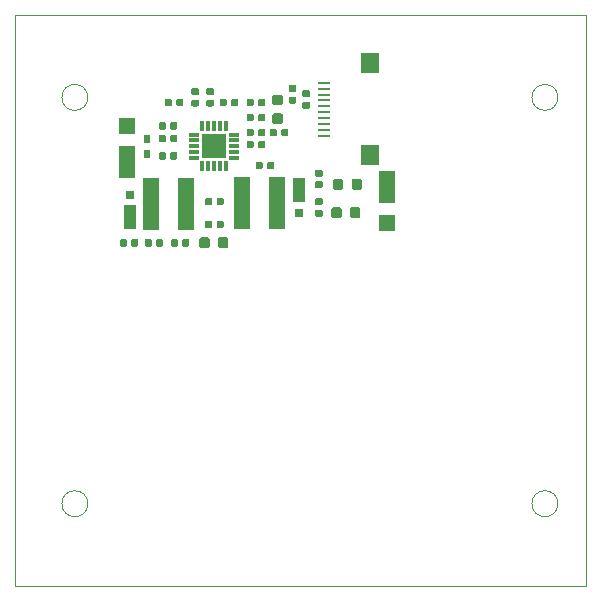
<source format=gbr>
%TF.GenerationSoftware,KiCad,Pcbnew,5.0.2-bee76a0~70~ubuntu18.04.1*%
%TF.CreationDate,2020-02-29T13:17:30-08:00*%
%TF.ProjectId,SolarCellX_v3,536f6c61-7243-4656-9c6c-585f76332e6b,rev?*%
%TF.SameCoordinates,Original*%
%TF.FileFunction,Paste,Bot*%
%TF.FilePolarity,Positive*%
%FSLAX46Y46*%
G04 Gerber Fmt 4.6, Leading zero omitted, Abs format (unit mm)*
G04 Created by KiCad (PCBNEW 5.0.2-bee76a0~70~ubuntu18.04.1) date Sat 29 Feb 2020 01:17:30 PM PST*
%MOMM*%
%LPD*%
G01*
G04 APERTURE LIST*
%ADD10C,0.050000*%
%ADD11C,0.100000*%
%ADD12C,0.875000*%
%ADD13C,0.590000*%
%ADD14R,0.500000X0.700000*%
%ADD15R,0.900000X0.300000*%
%ADD16R,0.300000X0.900000*%
%ADD17R,2.150000X2.150000*%
%ADD18R,1.100000X2.000000*%
%ADD19R,0.800000X0.800000*%
%ADD20R,1.400000X1.400000*%
%ADD21R,1.400000X2.700000*%
%ADD22R,1.100000X0.250000*%
%ADD23R,1.500000X1.700000*%
%ADD24R,1.435100X4.394200*%
G04 APERTURE END LIST*
D10*
X96200000Y-47000000D02*
G75*
G03X96200000Y-47000000I-1100000J0D01*
G01*
X96200000Y-81400000D02*
G75*
G03X96200000Y-81400000I-1100000J0D01*
G01*
X136000000Y-81400000D02*
G75*
G03X136000000Y-81400000I-1100000J0D01*
G01*
X136000000Y-47000000D02*
G75*
G03X136000000Y-47000000I-1100000J0D01*
G01*
X90000000Y-88400000D02*
X138400000Y-88400000D01*
X90000000Y-88400000D02*
X90000000Y-40000000D01*
X138400000Y-40000000D02*
X138400000Y-88400000D01*
X90000000Y-40000000D02*
X138400000Y-40000000D01*
D11*
G36*
X112545691Y-46782053D02*
X112566926Y-46785203D01*
X112587750Y-46790419D01*
X112607962Y-46797651D01*
X112627368Y-46806830D01*
X112645781Y-46817866D01*
X112663024Y-46830654D01*
X112678930Y-46845070D01*
X112693346Y-46860976D01*
X112706134Y-46878219D01*
X112717170Y-46896632D01*
X112726349Y-46916038D01*
X112733581Y-46936250D01*
X112738797Y-46957074D01*
X112741947Y-46978309D01*
X112743000Y-46999750D01*
X112743000Y-47437250D01*
X112741947Y-47458691D01*
X112738797Y-47479926D01*
X112733581Y-47500750D01*
X112726349Y-47520962D01*
X112717170Y-47540368D01*
X112706134Y-47558781D01*
X112693346Y-47576024D01*
X112678930Y-47591930D01*
X112663024Y-47606346D01*
X112645781Y-47619134D01*
X112627368Y-47630170D01*
X112607962Y-47639349D01*
X112587750Y-47646581D01*
X112566926Y-47651797D01*
X112545691Y-47654947D01*
X112524250Y-47656000D01*
X112011750Y-47656000D01*
X111990309Y-47654947D01*
X111969074Y-47651797D01*
X111948250Y-47646581D01*
X111928038Y-47639349D01*
X111908632Y-47630170D01*
X111890219Y-47619134D01*
X111872976Y-47606346D01*
X111857070Y-47591930D01*
X111842654Y-47576024D01*
X111829866Y-47558781D01*
X111818830Y-47540368D01*
X111809651Y-47520962D01*
X111802419Y-47500750D01*
X111797203Y-47479926D01*
X111794053Y-47458691D01*
X111793000Y-47437250D01*
X111793000Y-46999750D01*
X111794053Y-46978309D01*
X111797203Y-46957074D01*
X111802419Y-46936250D01*
X111809651Y-46916038D01*
X111818830Y-46896632D01*
X111829866Y-46878219D01*
X111842654Y-46860976D01*
X111857070Y-46845070D01*
X111872976Y-46830654D01*
X111890219Y-46817866D01*
X111908632Y-46806830D01*
X111928038Y-46797651D01*
X111948250Y-46790419D01*
X111969074Y-46785203D01*
X111990309Y-46782053D01*
X112011750Y-46781000D01*
X112524250Y-46781000D01*
X112545691Y-46782053D01*
X112545691Y-46782053D01*
G37*
D12*
X112268000Y-47218500D03*
D11*
G36*
X112545691Y-48357053D02*
X112566926Y-48360203D01*
X112587750Y-48365419D01*
X112607962Y-48372651D01*
X112627368Y-48381830D01*
X112645781Y-48392866D01*
X112663024Y-48405654D01*
X112678930Y-48420070D01*
X112693346Y-48435976D01*
X112706134Y-48453219D01*
X112717170Y-48471632D01*
X112726349Y-48491038D01*
X112733581Y-48511250D01*
X112738797Y-48532074D01*
X112741947Y-48553309D01*
X112743000Y-48574750D01*
X112743000Y-49012250D01*
X112741947Y-49033691D01*
X112738797Y-49054926D01*
X112733581Y-49075750D01*
X112726349Y-49095962D01*
X112717170Y-49115368D01*
X112706134Y-49133781D01*
X112693346Y-49151024D01*
X112678930Y-49166930D01*
X112663024Y-49181346D01*
X112645781Y-49194134D01*
X112627368Y-49205170D01*
X112607962Y-49214349D01*
X112587750Y-49221581D01*
X112566926Y-49226797D01*
X112545691Y-49229947D01*
X112524250Y-49231000D01*
X112011750Y-49231000D01*
X111990309Y-49229947D01*
X111969074Y-49226797D01*
X111948250Y-49221581D01*
X111928038Y-49214349D01*
X111908632Y-49205170D01*
X111890219Y-49194134D01*
X111872976Y-49181346D01*
X111857070Y-49166930D01*
X111842654Y-49151024D01*
X111829866Y-49133781D01*
X111818830Y-49115368D01*
X111809651Y-49095962D01*
X111802419Y-49075750D01*
X111797203Y-49054926D01*
X111794053Y-49033691D01*
X111793000Y-49012250D01*
X111793000Y-48574750D01*
X111794053Y-48553309D01*
X111797203Y-48532074D01*
X111802419Y-48511250D01*
X111809651Y-48491038D01*
X111818830Y-48471632D01*
X111829866Y-48453219D01*
X111842654Y-48435976D01*
X111857070Y-48420070D01*
X111872976Y-48405654D01*
X111890219Y-48392866D01*
X111908632Y-48381830D01*
X111928038Y-48372651D01*
X111948250Y-48365419D01*
X111969074Y-48360203D01*
X111990309Y-48357053D01*
X112011750Y-48356000D01*
X112524250Y-48356000D01*
X112545691Y-48357053D01*
X112545691Y-48357053D01*
G37*
D12*
X112268000Y-48793500D03*
D11*
G36*
X107560618Y-57429366D02*
X107574936Y-57431490D01*
X107588977Y-57435007D01*
X107602606Y-57439884D01*
X107615691Y-57446073D01*
X107628107Y-57453514D01*
X107639733Y-57462137D01*
X107650458Y-57471858D01*
X107660179Y-57482583D01*
X107668802Y-57494209D01*
X107676243Y-57506625D01*
X107682432Y-57519710D01*
X107687309Y-57533339D01*
X107690826Y-57547380D01*
X107692950Y-57561698D01*
X107693660Y-57576156D01*
X107693660Y-57921156D01*
X107692950Y-57935614D01*
X107690826Y-57949932D01*
X107687309Y-57963973D01*
X107682432Y-57977602D01*
X107676243Y-57990687D01*
X107668802Y-58003103D01*
X107660179Y-58014729D01*
X107650458Y-58025454D01*
X107639733Y-58035175D01*
X107628107Y-58043798D01*
X107615691Y-58051239D01*
X107602606Y-58057428D01*
X107588977Y-58062305D01*
X107574936Y-58065822D01*
X107560618Y-58067946D01*
X107546160Y-58068656D01*
X107251160Y-58068656D01*
X107236702Y-58067946D01*
X107222384Y-58065822D01*
X107208343Y-58062305D01*
X107194714Y-58057428D01*
X107181629Y-58051239D01*
X107169213Y-58043798D01*
X107157587Y-58035175D01*
X107146862Y-58025454D01*
X107137141Y-58014729D01*
X107128518Y-58003103D01*
X107121077Y-57990687D01*
X107114888Y-57977602D01*
X107110011Y-57963973D01*
X107106494Y-57949932D01*
X107104370Y-57935614D01*
X107103660Y-57921156D01*
X107103660Y-57576156D01*
X107104370Y-57561698D01*
X107106494Y-57547380D01*
X107110011Y-57533339D01*
X107114888Y-57519710D01*
X107121077Y-57506625D01*
X107128518Y-57494209D01*
X107137141Y-57482583D01*
X107146862Y-57471858D01*
X107157587Y-57462137D01*
X107169213Y-57453514D01*
X107181629Y-57446073D01*
X107194714Y-57439884D01*
X107208343Y-57435007D01*
X107222384Y-57431490D01*
X107236702Y-57429366D01*
X107251160Y-57428656D01*
X107546160Y-57428656D01*
X107560618Y-57429366D01*
X107560618Y-57429366D01*
G37*
D13*
X107398660Y-57748656D03*
D11*
G36*
X106590618Y-57429366D02*
X106604936Y-57431490D01*
X106618977Y-57435007D01*
X106632606Y-57439884D01*
X106645691Y-57446073D01*
X106658107Y-57453514D01*
X106669733Y-57462137D01*
X106680458Y-57471858D01*
X106690179Y-57482583D01*
X106698802Y-57494209D01*
X106706243Y-57506625D01*
X106712432Y-57519710D01*
X106717309Y-57533339D01*
X106720826Y-57547380D01*
X106722950Y-57561698D01*
X106723660Y-57576156D01*
X106723660Y-57921156D01*
X106722950Y-57935614D01*
X106720826Y-57949932D01*
X106717309Y-57963973D01*
X106712432Y-57977602D01*
X106706243Y-57990687D01*
X106698802Y-58003103D01*
X106690179Y-58014729D01*
X106680458Y-58025454D01*
X106669733Y-58035175D01*
X106658107Y-58043798D01*
X106645691Y-58051239D01*
X106632606Y-58057428D01*
X106618977Y-58062305D01*
X106604936Y-58065822D01*
X106590618Y-58067946D01*
X106576160Y-58068656D01*
X106281160Y-58068656D01*
X106266702Y-58067946D01*
X106252384Y-58065822D01*
X106238343Y-58062305D01*
X106224714Y-58057428D01*
X106211629Y-58051239D01*
X106199213Y-58043798D01*
X106187587Y-58035175D01*
X106176862Y-58025454D01*
X106167141Y-58014729D01*
X106158518Y-58003103D01*
X106151077Y-57990687D01*
X106144888Y-57977602D01*
X106140011Y-57963973D01*
X106136494Y-57949932D01*
X106134370Y-57935614D01*
X106133660Y-57921156D01*
X106133660Y-57576156D01*
X106134370Y-57561698D01*
X106136494Y-57547380D01*
X106140011Y-57533339D01*
X106144888Y-57519710D01*
X106151077Y-57506625D01*
X106158518Y-57494209D01*
X106167141Y-57482583D01*
X106176862Y-57471858D01*
X106187587Y-57462137D01*
X106199213Y-57453514D01*
X106211629Y-57446073D01*
X106224714Y-57439884D01*
X106238343Y-57435007D01*
X106252384Y-57431490D01*
X106266702Y-57429366D01*
X106281160Y-57428656D01*
X106576160Y-57428656D01*
X106590618Y-57429366D01*
X106590618Y-57429366D01*
G37*
D13*
X106428660Y-57748656D03*
D11*
G36*
X119201191Y-53882053D02*
X119222426Y-53885203D01*
X119243250Y-53890419D01*
X119263462Y-53897651D01*
X119282868Y-53906830D01*
X119301281Y-53917866D01*
X119318524Y-53930654D01*
X119334430Y-53945070D01*
X119348846Y-53960976D01*
X119361634Y-53978219D01*
X119372670Y-53996632D01*
X119381849Y-54016038D01*
X119389081Y-54036250D01*
X119394297Y-54057074D01*
X119397447Y-54078309D01*
X119398500Y-54099750D01*
X119398500Y-54612250D01*
X119397447Y-54633691D01*
X119394297Y-54654926D01*
X119389081Y-54675750D01*
X119381849Y-54695962D01*
X119372670Y-54715368D01*
X119361634Y-54733781D01*
X119348846Y-54751024D01*
X119334430Y-54766930D01*
X119318524Y-54781346D01*
X119301281Y-54794134D01*
X119282868Y-54805170D01*
X119263462Y-54814349D01*
X119243250Y-54821581D01*
X119222426Y-54826797D01*
X119201191Y-54829947D01*
X119179750Y-54831000D01*
X118742250Y-54831000D01*
X118720809Y-54829947D01*
X118699574Y-54826797D01*
X118678750Y-54821581D01*
X118658538Y-54814349D01*
X118639132Y-54805170D01*
X118620719Y-54794134D01*
X118603476Y-54781346D01*
X118587570Y-54766930D01*
X118573154Y-54751024D01*
X118560366Y-54733781D01*
X118549330Y-54715368D01*
X118540151Y-54695962D01*
X118532919Y-54675750D01*
X118527703Y-54654926D01*
X118524553Y-54633691D01*
X118523500Y-54612250D01*
X118523500Y-54099750D01*
X118524553Y-54078309D01*
X118527703Y-54057074D01*
X118532919Y-54036250D01*
X118540151Y-54016038D01*
X118549330Y-53996632D01*
X118560366Y-53978219D01*
X118573154Y-53960976D01*
X118587570Y-53945070D01*
X118603476Y-53930654D01*
X118620719Y-53917866D01*
X118639132Y-53906830D01*
X118658538Y-53897651D01*
X118678750Y-53890419D01*
X118699574Y-53885203D01*
X118720809Y-53882053D01*
X118742250Y-53881000D01*
X119179750Y-53881000D01*
X119201191Y-53882053D01*
X119201191Y-53882053D01*
G37*
D12*
X118961000Y-54356000D03*
D11*
G36*
X117626191Y-53882053D02*
X117647426Y-53885203D01*
X117668250Y-53890419D01*
X117688462Y-53897651D01*
X117707868Y-53906830D01*
X117726281Y-53917866D01*
X117743524Y-53930654D01*
X117759430Y-53945070D01*
X117773846Y-53960976D01*
X117786634Y-53978219D01*
X117797670Y-53996632D01*
X117806849Y-54016038D01*
X117814081Y-54036250D01*
X117819297Y-54057074D01*
X117822447Y-54078309D01*
X117823500Y-54099750D01*
X117823500Y-54612250D01*
X117822447Y-54633691D01*
X117819297Y-54654926D01*
X117814081Y-54675750D01*
X117806849Y-54695962D01*
X117797670Y-54715368D01*
X117786634Y-54733781D01*
X117773846Y-54751024D01*
X117759430Y-54766930D01*
X117743524Y-54781346D01*
X117726281Y-54794134D01*
X117707868Y-54805170D01*
X117688462Y-54814349D01*
X117668250Y-54821581D01*
X117647426Y-54826797D01*
X117626191Y-54829947D01*
X117604750Y-54831000D01*
X117167250Y-54831000D01*
X117145809Y-54829947D01*
X117124574Y-54826797D01*
X117103750Y-54821581D01*
X117083538Y-54814349D01*
X117064132Y-54805170D01*
X117045719Y-54794134D01*
X117028476Y-54781346D01*
X117012570Y-54766930D01*
X116998154Y-54751024D01*
X116985366Y-54733781D01*
X116974330Y-54715368D01*
X116965151Y-54695962D01*
X116957919Y-54675750D01*
X116952703Y-54654926D01*
X116949553Y-54633691D01*
X116948500Y-54612250D01*
X116948500Y-54099750D01*
X116949553Y-54078309D01*
X116952703Y-54057074D01*
X116957919Y-54036250D01*
X116965151Y-54016038D01*
X116974330Y-53996632D01*
X116985366Y-53978219D01*
X116998154Y-53960976D01*
X117012570Y-53945070D01*
X117028476Y-53930654D01*
X117045719Y-53917866D01*
X117064132Y-53906830D01*
X117083538Y-53897651D01*
X117103750Y-53890419D01*
X117124574Y-53885203D01*
X117145809Y-53882053D01*
X117167250Y-53881000D01*
X117604750Y-53881000D01*
X117626191Y-53882053D01*
X117626191Y-53882053D01*
G37*
D12*
X117386000Y-54356000D03*
D14*
X101219000Y-50516000D03*
X101219000Y-51816000D03*
D15*
X105193660Y-52144656D03*
X105193660Y-51644656D03*
X105193660Y-51144656D03*
X105193660Y-50644656D03*
X105193660Y-50144656D03*
D16*
X105893660Y-49444656D03*
X106393660Y-49444656D03*
X106893660Y-49444656D03*
X107393660Y-49444656D03*
X107893660Y-49444656D03*
D15*
X108593660Y-50144656D03*
X108593660Y-50644656D03*
X108593660Y-51144656D03*
X108593660Y-51644656D03*
X108593660Y-52144656D03*
D16*
X107893660Y-52844656D03*
X107393660Y-52844656D03*
X106893660Y-52844656D03*
X106393660Y-52844656D03*
X105893660Y-52844656D03*
D17*
X106893660Y-51144656D03*
D18*
X99750000Y-57165000D03*
D19*
X99750000Y-55265000D03*
D20*
X99500000Y-49400000D03*
D21*
X99500000Y-52450000D03*
D20*
X121500000Y-57600000D03*
D21*
X121500000Y-54550000D03*
D19*
X114109500Y-56749000D03*
D18*
X114109500Y-54849000D03*
D11*
G36*
X104151958Y-47115210D02*
X104166276Y-47117334D01*
X104180317Y-47120851D01*
X104193946Y-47125728D01*
X104207031Y-47131917D01*
X104219447Y-47139358D01*
X104231073Y-47147981D01*
X104241798Y-47157702D01*
X104251519Y-47168427D01*
X104260142Y-47180053D01*
X104267583Y-47192469D01*
X104273772Y-47205554D01*
X104278649Y-47219183D01*
X104282166Y-47233224D01*
X104284290Y-47247542D01*
X104285000Y-47262000D01*
X104285000Y-47607000D01*
X104284290Y-47621458D01*
X104282166Y-47635776D01*
X104278649Y-47649817D01*
X104273772Y-47663446D01*
X104267583Y-47676531D01*
X104260142Y-47688947D01*
X104251519Y-47700573D01*
X104241798Y-47711298D01*
X104231073Y-47721019D01*
X104219447Y-47729642D01*
X104207031Y-47737083D01*
X104193946Y-47743272D01*
X104180317Y-47748149D01*
X104166276Y-47751666D01*
X104151958Y-47753790D01*
X104137500Y-47754500D01*
X103842500Y-47754500D01*
X103828042Y-47753790D01*
X103813724Y-47751666D01*
X103799683Y-47748149D01*
X103786054Y-47743272D01*
X103772969Y-47737083D01*
X103760553Y-47729642D01*
X103748927Y-47721019D01*
X103738202Y-47711298D01*
X103728481Y-47700573D01*
X103719858Y-47688947D01*
X103712417Y-47676531D01*
X103706228Y-47663446D01*
X103701351Y-47649817D01*
X103697834Y-47635776D01*
X103695710Y-47621458D01*
X103695000Y-47607000D01*
X103695000Y-47262000D01*
X103695710Y-47247542D01*
X103697834Y-47233224D01*
X103701351Y-47219183D01*
X103706228Y-47205554D01*
X103712417Y-47192469D01*
X103719858Y-47180053D01*
X103728481Y-47168427D01*
X103738202Y-47157702D01*
X103748927Y-47147981D01*
X103760553Y-47139358D01*
X103772969Y-47131917D01*
X103786054Y-47125728D01*
X103799683Y-47120851D01*
X103813724Y-47117334D01*
X103828042Y-47115210D01*
X103842500Y-47114500D01*
X104137500Y-47114500D01*
X104151958Y-47115210D01*
X104151958Y-47115210D01*
G37*
D13*
X103990000Y-47434500D03*
D11*
G36*
X103181958Y-47115210D02*
X103196276Y-47117334D01*
X103210317Y-47120851D01*
X103223946Y-47125728D01*
X103237031Y-47131917D01*
X103249447Y-47139358D01*
X103261073Y-47147981D01*
X103271798Y-47157702D01*
X103281519Y-47168427D01*
X103290142Y-47180053D01*
X103297583Y-47192469D01*
X103303772Y-47205554D01*
X103308649Y-47219183D01*
X103312166Y-47233224D01*
X103314290Y-47247542D01*
X103315000Y-47262000D01*
X103315000Y-47607000D01*
X103314290Y-47621458D01*
X103312166Y-47635776D01*
X103308649Y-47649817D01*
X103303772Y-47663446D01*
X103297583Y-47676531D01*
X103290142Y-47688947D01*
X103281519Y-47700573D01*
X103271798Y-47711298D01*
X103261073Y-47721019D01*
X103249447Y-47729642D01*
X103237031Y-47737083D01*
X103223946Y-47743272D01*
X103210317Y-47748149D01*
X103196276Y-47751666D01*
X103181958Y-47753790D01*
X103167500Y-47754500D01*
X102872500Y-47754500D01*
X102858042Y-47753790D01*
X102843724Y-47751666D01*
X102829683Y-47748149D01*
X102816054Y-47743272D01*
X102802969Y-47737083D01*
X102790553Y-47729642D01*
X102778927Y-47721019D01*
X102768202Y-47711298D01*
X102758481Y-47700573D01*
X102749858Y-47688947D01*
X102742417Y-47676531D01*
X102736228Y-47663446D01*
X102731351Y-47649817D01*
X102727834Y-47635776D01*
X102725710Y-47621458D01*
X102725000Y-47607000D01*
X102725000Y-47262000D01*
X102725710Y-47247542D01*
X102727834Y-47233224D01*
X102731351Y-47219183D01*
X102736228Y-47205554D01*
X102742417Y-47192469D01*
X102749858Y-47180053D01*
X102758481Y-47168427D01*
X102768202Y-47157702D01*
X102778927Y-47147981D01*
X102790553Y-47139358D01*
X102802969Y-47131917D01*
X102816054Y-47125728D01*
X102829683Y-47120851D01*
X102843724Y-47117334D01*
X102858042Y-47115210D01*
X102872500Y-47114500D01*
X103167500Y-47114500D01*
X103181958Y-47115210D01*
X103181958Y-47115210D01*
G37*
D13*
X103020000Y-47434500D03*
D11*
G36*
X105469958Y-46210710D02*
X105484276Y-46212834D01*
X105498317Y-46216351D01*
X105511946Y-46221228D01*
X105525031Y-46227417D01*
X105537447Y-46234858D01*
X105549073Y-46243481D01*
X105559798Y-46253202D01*
X105569519Y-46263927D01*
X105578142Y-46275553D01*
X105585583Y-46287969D01*
X105591772Y-46301054D01*
X105596649Y-46314683D01*
X105600166Y-46328724D01*
X105602290Y-46343042D01*
X105603000Y-46357500D01*
X105603000Y-46652500D01*
X105602290Y-46666958D01*
X105600166Y-46681276D01*
X105596649Y-46695317D01*
X105591772Y-46708946D01*
X105585583Y-46722031D01*
X105578142Y-46734447D01*
X105569519Y-46746073D01*
X105559798Y-46756798D01*
X105549073Y-46766519D01*
X105537447Y-46775142D01*
X105525031Y-46782583D01*
X105511946Y-46788772D01*
X105498317Y-46793649D01*
X105484276Y-46797166D01*
X105469958Y-46799290D01*
X105455500Y-46800000D01*
X105110500Y-46800000D01*
X105096042Y-46799290D01*
X105081724Y-46797166D01*
X105067683Y-46793649D01*
X105054054Y-46788772D01*
X105040969Y-46782583D01*
X105028553Y-46775142D01*
X105016927Y-46766519D01*
X105006202Y-46756798D01*
X104996481Y-46746073D01*
X104987858Y-46734447D01*
X104980417Y-46722031D01*
X104974228Y-46708946D01*
X104969351Y-46695317D01*
X104965834Y-46681276D01*
X104963710Y-46666958D01*
X104963000Y-46652500D01*
X104963000Y-46357500D01*
X104963710Y-46343042D01*
X104965834Y-46328724D01*
X104969351Y-46314683D01*
X104974228Y-46301054D01*
X104980417Y-46287969D01*
X104987858Y-46275553D01*
X104996481Y-46263927D01*
X105006202Y-46253202D01*
X105016927Y-46243481D01*
X105028553Y-46234858D01*
X105040969Y-46227417D01*
X105054054Y-46221228D01*
X105067683Y-46216351D01*
X105081724Y-46212834D01*
X105096042Y-46210710D01*
X105110500Y-46210000D01*
X105455500Y-46210000D01*
X105469958Y-46210710D01*
X105469958Y-46210710D01*
G37*
D13*
X105283000Y-46505000D03*
D11*
G36*
X105469958Y-47180710D02*
X105484276Y-47182834D01*
X105498317Y-47186351D01*
X105511946Y-47191228D01*
X105525031Y-47197417D01*
X105537447Y-47204858D01*
X105549073Y-47213481D01*
X105559798Y-47223202D01*
X105569519Y-47233927D01*
X105578142Y-47245553D01*
X105585583Y-47257969D01*
X105591772Y-47271054D01*
X105596649Y-47284683D01*
X105600166Y-47298724D01*
X105602290Y-47313042D01*
X105603000Y-47327500D01*
X105603000Y-47622500D01*
X105602290Y-47636958D01*
X105600166Y-47651276D01*
X105596649Y-47665317D01*
X105591772Y-47678946D01*
X105585583Y-47692031D01*
X105578142Y-47704447D01*
X105569519Y-47716073D01*
X105559798Y-47726798D01*
X105549073Y-47736519D01*
X105537447Y-47745142D01*
X105525031Y-47752583D01*
X105511946Y-47758772D01*
X105498317Y-47763649D01*
X105484276Y-47767166D01*
X105469958Y-47769290D01*
X105455500Y-47770000D01*
X105110500Y-47770000D01*
X105096042Y-47769290D01*
X105081724Y-47767166D01*
X105067683Y-47763649D01*
X105054054Y-47758772D01*
X105040969Y-47752583D01*
X105028553Y-47745142D01*
X105016927Y-47736519D01*
X105006202Y-47726798D01*
X104996481Y-47716073D01*
X104987858Y-47704447D01*
X104980417Y-47692031D01*
X104974228Y-47678946D01*
X104969351Y-47665317D01*
X104965834Y-47651276D01*
X104963710Y-47636958D01*
X104963000Y-47622500D01*
X104963000Y-47327500D01*
X104963710Y-47313042D01*
X104965834Y-47298724D01*
X104969351Y-47284683D01*
X104974228Y-47271054D01*
X104980417Y-47257969D01*
X104987858Y-47245553D01*
X104996481Y-47233927D01*
X105006202Y-47223202D01*
X105016927Y-47213481D01*
X105028553Y-47204858D01*
X105040969Y-47197417D01*
X105054054Y-47191228D01*
X105067683Y-47186351D01*
X105081724Y-47182834D01*
X105096042Y-47180710D01*
X105110500Y-47180000D01*
X105455500Y-47180000D01*
X105469958Y-47180710D01*
X105469958Y-47180710D01*
G37*
D13*
X105283000Y-47475000D03*
D11*
G36*
X103689958Y-58989710D02*
X103704276Y-58991834D01*
X103718317Y-58995351D01*
X103731946Y-59000228D01*
X103745031Y-59006417D01*
X103757447Y-59013858D01*
X103769073Y-59022481D01*
X103779798Y-59032202D01*
X103789519Y-59042927D01*
X103798142Y-59054553D01*
X103805583Y-59066969D01*
X103811772Y-59080054D01*
X103816649Y-59093683D01*
X103820166Y-59107724D01*
X103822290Y-59122042D01*
X103823000Y-59136500D01*
X103823000Y-59481500D01*
X103822290Y-59495958D01*
X103820166Y-59510276D01*
X103816649Y-59524317D01*
X103811772Y-59537946D01*
X103805583Y-59551031D01*
X103798142Y-59563447D01*
X103789519Y-59575073D01*
X103779798Y-59585798D01*
X103769073Y-59595519D01*
X103757447Y-59604142D01*
X103745031Y-59611583D01*
X103731946Y-59617772D01*
X103718317Y-59622649D01*
X103704276Y-59626166D01*
X103689958Y-59628290D01*
X103675500Y-59629000D01*
X103380500Y-59629000D01*
X103366042Y-59628290D01*
X103351724Y-59626166D01*
X103337683Y-59622649D01*
X103324054Y-59617772D01*
X103310969Y-59611583D01*
X103298553Y-59604142D01*
X103286927Y-59595519D01*
X103276202Y-59585798D01*
X103266481Y-59575073D01*
X103257858Y-59563447D01*
X103250417Y-59551031D01*
X103244228Y-59537946D01*
X103239351Y-59524317D01*
X103235834Y-59510276D01*
X103233710Y-59495958D01*
X103233000Y-59481500D01*
X103233000Y-59136500D01*
X103233710Y-59122042D01*
X103235834Y-59107724D01*
X103239351Y-59093683D01*
X103244228Y-59080054D01*
X103250417Y-59066969D01*
X103257858Y-59054553D01*
X103266481Y-59042927D01*
X103276202Y-59032202D01*
X103286927Y-59022481D01*
X103298553Y-59013858D01*
X103310969Y-59006417D01*
X103324054Y-59000228D01*
X103337683Y-58995351D01*
X103351724Y-58991834D01*
X103366042Y-58989710D01*
X103380500Y-58989000D01*
X103675500Y-58989000D01*
X103689958Y-58989710D01*
X103689958Y-58989710D01*
G37*
D13*
X103528000Y-59309000D03*
D11*
G36*
X104659958Y-58989710D02*
X104674276Y-58991834D01*
X104688317Y-58995351D01*
X104701946Y-59000228D01*
X104715031Y-59006417D01*
X104727447Y-59013858D01*
X104739073Y-59022481D01*
X104749798Y-59032202D01*
X104759519Y-59042927D01*
X104768142Y-59054553D01*
X104775583Y-59066969D01*
X104781772Y-59080054D01*
X104786649Y-59093683D01*
X104790166Y-59107724D01*
X104792290Y-59122042D01*
X104793000Y-59136500D01*
X104793000Y-59481500D01*
X104792290Y-59495958D01*
X104790166Y-59510276D01*
X104786649Y-59524317D01*
X104781772Y-59537946D01*
X104775583Y-59551031D01*
X104768142Y-59563447D01*
X104759519Y-59575073D01*
X104749798Y-59585798D01*
X104739073Y-59595519D01*
X104727447Y-59604142D01*
X104715031Y-59611583D01*
X104701946Y-59617772D01*
X104688317Y-59622649D01*
X104674276Y-59626166D01*
X104659958Y-59628290D01*
X104645500Y-59629000D01*
X104350500Y-59629000D01*
X104336042Y-59628290D01*
X104321724Y-59626166D01*
X104307683Y-59622649D01*
X104294054Y-59617772D01*
X104280969Y-59611583D01*
X104268553Y-59604142D01*
X104256927Y-59595519D01*
X104246202Y-59585798D01*
X104236481Y-59575073D01*
X104227858Y-59563447D01*
X104220417Y-59551031D01*
X104214228Y-59537946D01*
X104209351Y-59524317D01*
X104205834Y-59510276D01*
X104203710Y-59495958D01*
X104203000Y-59481500D01*
X104203000Y-59136500D01*
X104203710Y-59122042D01*
X104205834Y-59107724D01*
X104209351Y-59093683D01*
X104214228Y-59080054D01*
X104220417Y-59066969D01*
X104227858Y-59054553D01*
X104236481Y-59042927D01*
X104246202Y-59032202D01*
X104256927Y-59022481D01*
X104268553Y-59013858D01*
X104280969Y-59006417D01*
X104294054Y-59000228D01*
X104307683Y-58995351D01*
X104321724Y-58991834D01*
X104336042Y-58989710D01*
X104350500Y-58989000D01*
X104645500Y-58989000D01*
X104659958Y-58989710D01*
X104659958Y-58989710D01*
G37*
D13*
X104498000Y-59309000D03*
D11*
G36*
X107560618Y-55497210D02*
X107574936Y-55499334D01*
X107588977Y-55502851D01*
X107602606Y-55507728D01*
X107615691Y-55513917D01*
X107628107Y-55521358D01*
X107639733Y-55529981D01*
X107650458Y-55539702D01*
X107660179Y-55550427D01*
X107668802Y-55562053D01*
X107676243Y-55574469D01*
X107682432Y-55587554D01*
X107687309Y-55601183D01*
X107690826Y-55615224D01*
X107692950Y-55629542D01*
X107693660Y-55644000D01*
X107693660Y-55989000D01*
X107692950Y-56003458D01*
X107690826Y-56017776D01*
X107687309Y-56031817D01*
X107682432Y-56045446D01*
X107676243Y-56058531D01*
X107668802Y-56070947D01*
X107660179Y-56082573D01*
X107650458Y-56093298D01*
X107639733Y-56103019D01*
X107628107Y-56111642D01*
X107615691Y-56119083D01*
X107602606Y-56125272D01*
X107588977Y-56130149D01*
X107574936Y-56133666D01*
X107560618Y-56135790D01*
X107546160Y-56136500D01*
X107251160Y-56136500D01*
X107236702Y-56135790D01*
X107222384Y-56133666D01*
X107208343Y-56130149D01*
X107194714Y-56125272D01*
X107181629Y-56119083D01*
X107169213Y-56111642D01*
X107157587Y-56103019D01*
X107146862Y-56093298D01*
X107137141Y-56082573D01*
X107128518Y-56070947D01*
X107121077Y-56058531D01*
X107114888Y-56045446D01*
X107110011Y-56031817D01*
X107106494Y-56017776D01*
X107104370Y-56003458D01*
X107103660Y-55989000D01*
X107103660Y-55644000D01*
X107104370Y-55629542D01*
X107106494Y-55615224D01*
X107110011Y-55601183D01*
X107114888Y-55587554D01*
X107121077Y-55574469D01*
X107128518Y-55562053D01*
X107137141Y-55550427D01*
X107146862Y-55539702D01*
X107157587Y-55529981D01*
X107169213Y-55521358D01*
X107181629Y-55513917D01*
X107194714Y-55507728D01*
X107208343Y-55502851D01*
X107222384Y-55499334D01*
X107236702Y-55497210D01*
X107251160Y-55496500D01*
X107546160Y-55496500D01*
X107560618Y-55497210D01*
X107560618Y-55497210D01*
G37*
D13*
X107398660Y-55816500D03*
D11*
G36*
X106590618Y-55497210D02*
X106604936Y-55499334D01*
X106618977Y-55502851D01*
X106632606Y-55507728D01*
X106645691Y-55513917D01*
X106658107Y-55521358D01*
X106669733Y-55529981D01*
X106680458Y-55539702D01*
X106690179Y-55550427D01*
X106698802Y-55562053D01*
X106706243Y-55574469D01*
X106712432Y-55587554D01*
X106717309Y-55601183D01*
X106720826Y-55615224D01*
X106722950Y-55629542D01*
X106723660Y-55644000D01*
X106723660Y-55989000D01*
X106722950Y-56003458D01*
X106720826Y-56017776D01*
X106717309Y-56031817D01*
X106712432Y-56045446D01*
X106706243Y-56058531D01*
X106698802Y-56070947D01*
X106690179Y-56082573D01*
X106680458Y-56093298D01*
X106669733Y-56103019D01*
X106658107Y-56111642D01*
X106645691Y-56119083D01*
X106632606Y-56125272D01*
X106618977Y-56130149D01*
X106604936Y-56133666D01*
X106590618Y-56135790D01*
X106576160Y-56136500D01*
X106281160Y-56136500D01*
X106266702Y-56135790D01*
X106252384Y-56133666D01*
X106238343Y-56130149D01*
X106224714Y-56125272D01*
X106211629Y-56119083D01*
X106199213Y-56111642D01*
X106187587Y-56103019D01*
X106176862Y-56093298D01*
X106167141Y-56082573D01*
X106158518Y-56070947D01*
X106151077Y-56058531D01*
X106144888Y-56045446D01*
X106140011Y-56031817D01*
X106136494Y-56017776D01*
X106134370Y-56003458D01*
X106133660Y-55989000D01*
X106133660Y-55644000D01*
X106134370Y-55629542D01*
X106136494Y-55615224D01*
X106140011Y-55601183D01*
X106144888Y-55587554D01*
X106151077Y-55574469D01*
X106158518Y-55562053D01*
X106167141Y-55550427D01*
X106176862Y-55539702D01*
X106187587Y-55529981D01*
X106199213Y-55521358D01*
X106211629Y-55513917D01*
X106224714Y-55507728D01*
X106238343Y-55502851D01*
X106252384Y-55499334D01*
X106266702Y-55497210D01*
X106281160Y-55496500D01*
X106576160Y-55496500D01*
X106590618Y-55497210D01*
X106590618Y-55497210D01*
G37*
D13*
X106428660Y-55816500D03*
D22*
X116205000Y-45756000D03*
X116205000Y-46256000D03*
X116205000Y-46756000D03*
X116205000Y-47256000D03*
X116205000Y-47756000D03*
X116205000Y-48256000D03*
X116205000Y-48756000D03*
X116205000Y-49256000D03*
X116205000Y-49756000D03*
X116205000Y-50256000D03*
D23*
X120105000Y-44106000D03*
X120105000Y-51906000D03*
D11*
G36*
X119074191Y-56295053D02*
X119095426Y-56298203D01*
X119116250Y-56303419D01*
X119136462Y-56310651D01*
X119155868Y-56319830D01*
X119174281Y-56330866D01*
X119191524Y-56343654D01*
X119207430Y-56358070D01*
X119221846Y-56373976D01*
X119234634Y-56391219D01*
X119245670Y-56409632D01*
X119254849Y-56429038D01*
X119262081Y-56449250D01*
X119267297Y-56470074D01*
X119270447Y-56491309D01*
X119271500Y-56512750D01*
X119271500Y-57025250D01*
X119270447Y-57046691D01*
X119267297Y-57067926D01*
X119262081Y-57088750D01*
X119254849Y-57108962D01*
X119245670Y-57128368D01*
X119234634Y-57146781D01*
X119221846Y-57164024D01*
X119207430Y-57179930D01*
X119191524Y-57194346D01*
X119174281Y-57207134D01*
X119155868Y-57218170D01*
X119136462Y-57227349D01*
X119116250Y-57234581D01*
X119095426Y-57239797D01*
X119074191Y-57242947D01*
X119052750Y-57244000D01*
X118615250Y-57244000D01*
X118593809Y-57242947D01*
X118572574Y-57239797D01*
X118551750Y-57234581D01*
X118531538Y-57227349D01*
X118512132Y-57218170D01*
X118493719Y-57207134D01*
X118476476Y-57194346D01*
X118460570Y-57179930D01*
X118446154Y-57164024D01*
X118433366Y-57146781D01*
X118422330Y-57128368D01*
X118413151Y-57108962D01*
X118405919Y-57088750D01*
X118400703Y-57067926D01*
X118397553Y-57046691D01*
X118396500Y-57025250D01*
X118396500Y-56512750D01*
X118397553Y-56491309D01*
X118400703Y-56470074D01*
X118405919Y-56449250D01*
X118413151Y-56429038D01*
X118422330Y-56409632D01*
X118433366Y-56391219D01*
X118446154Y-56373976D01*
X118460570Y-56358070D01*
X118476476Y-56343654D01*
X118493719Y-56330866D01*
X118512132Y-56319830D01*
X118531538Y-56310651D01*
X118551750Y-56303419D01*
X118572574Y-56298203D01*
X118593809Y-56295053D01*
X118615250Y-56294000D01*
X119052750Y-56294000D01*
X119074191Y-56295053D01*
X119074191Y-56295053D01*
G37*
D12*
X118834000Y-56769000D03*
D11*
G36*
X117499191Y-56295053D02*
X117520426Y-56298203D01*
X117541250Y-56303419D01*
X117561462Y-56310651D01*
X117580868Y-56319830D01*
X117599281Y-56330866D01*
X117616524Y-56343654D01*
X117632430Y-56358070D01*
X117646846Y-56373976D01*
X117659634Y-56391219D01*
X117670670Y-56409632D01*
X117679849Y-56429038D01*
X117687081Y-56449250D01*
X117692297Y-56470074D01*
X117695447Y-56491309D01*
X117696500Y-56512750D01*
X117696500Y-57025250D01*
X117695447Y-57046691D01*
X117692297Y-57067926D01*
X117687081Y-57088750D01*
X117679849Y-57108962D01*
X117670670Y-57128368D01*
X117659634Y-57146781D01*
X117646846Y-57164024D01*
X117632430Y-57179930D01*
X117616524Y-57194346D01*
X117599281Y-57207134D01*
X117580868Y-57218170D01*
X117561462Y-57227349D01*
X117541250Y-57234581D01*
X117520426Y-57239797D01*
X117499191Y-57242947D01*
X117477750Y-57244000D01*
X117040250Y-57244000D01*
X117018809Y-57242947D01*
X116997574Y-57239797D01*
X116976750Y-57234581D01*
X116956538Y-57227349D01*
X116937132Y-57218170D01*
X116918719Y-57207134D01*
X116901476Y-57194346D01*
X116885570Y-57179930D01*
X116871154Y-57164024D01*
X116858366Y-57146781D01*
X116847330Y-57128368D01*
X116838151Y-57108962D01*
X116830919Y-57088750D01*
X116825703Y-57067926D01*
X116822553Y-57046691D01*
X116821500Y-57025250D01*
X116821500Y-56512750D01*
X116822553Y-56491309D01*
X116825703Y-56470074D01*
X116830919Y-56449250D01*
X116838151Y-56429038D01*
X116847330Y-56409632D01*
X116858366Y-56391219D01*
X116871154Y-56373976D01*
X116885570Y-56358070D01*
X116901476Y-56343654D01*
X116918719Y-56330866D01*
X116937132Y-56319830D01*
X116956538Y-56310651D01*
X116976750Y-56303419D01*
X116997574Y-56298203D01*
X117018809Y-56295053D01*
X117040250Y-56294000D01*
X117477750Y-56294000D01*
X117499191Y-56295053D01*
X117499191Y-56295053D01*
G37*
D12*
X117259000Y-56769000D03*
D11*
G36*
X115947458Y-53132210D02*
X115961776Y-53134334D01*
X115975817Y-53137851D01*
X115989446Y-53142728D01*
X116002531Y-53148917D01*
X116014947Y-53156358D01*
X116026573Y-53164981D01*
X116037298Y-53174702D01*
X116047019Y-53185427D01*
X116055642Y-53197053D01*
X116063083Y-53209469D01*
X116069272Y-53222554D01*
X116074149Y-53236183D01*
X116077666Y-53250224D01*
X116079790Y-53264542D01*
X116080500Y-53279000D01*
X116080500Y-53574000D01*
X116079790Y-53588458D01*
X116077666Y-53602776D01*
X116074149Y-53616817D01*
X116069272Y-53630446D01*
X116063083Y-53643531D01*
X116055642Y-53655947D01*
X116047019Y-53667573D01*
X116037298Y-53678298D01*
X116026573Y-53688019D01*
X116014947Y-53696642D01*
X116002531Y-53704083D01*
X115989446Y-53710272D01*
X115975817Y-53715149D01*
X115961776Y-53718666D01*
X115947458Y-53720790D01*
X115933000Y-53721500D01*
X115588000Y-53721500D01*
X115573542Y-53720790D01*
X115559224Y-53718666D01*
X115545183Y-53715149D01*
X115531554Y-53710272D01*
X115518469Y-53704083D01*
X115506053Y-53696642D01*
X115494427Y-53688019D01*
X115483702Y-53678298D01*
X115473981Y-53667573D01*
X115465358Y-53655947D01*
X115457917Y-53643531D01*
X115451728Y-53630446D01*
X115446851Y-53616817D01*
X115443334Y-53602776D01*
X115441210Y-53588458D01*
X115440500Y-53574000D01*
X115440500Y-53279000D01*
X115441210Y-53264542D01*
X115443334Y-53250224D01*
X115446851Y-53236183D01*
X115451728Y-53222554D01*
X115457917Y-53209469D01*
X115465358Y-53197053D01*
X115473981Y-53185427D01*
X115483702Y-53174702D01*
X115494427Y-53164981D01*
X115506053Y-53156358D01*
X115518469Y-53148917D01*
X115531554Y-53142728D01*
X115545183Y-53137851D01*
X115559224Y-53134334D01*
X115573542Y-53132210D01*
X115588000Y-53131500D01*
X115933000Y-53131500D01*
X115947458Y-53132210D01*
X115947458Y-53132210D01*
G37*
D13*
X115760500Y-53426500D03*
D11*
G36*
X115947458Y-54102210D02*
X115961776Y-54104334D01*
X115975817Y-54107851D01*
X115989446Y-54112728D01*
X116002531Y-54118917D01*
X116014947Y-54126358D01*
X116026573Y-54134981D01*
X116037298Y-54144702D01*
X116047019Y-54155427D01*
X116055642Y-54167053D01*
X116063083Y-54179469D01*
X116069272Y-54192554D01*
X116074149Y-54206183D01*
X116077666Y-54220224D01*
X116079790Y-54234542D01*
X116080500Y-54249000D01*
X116080500Y-54544000D01*
X116079790Y-54558458D01*
X116077666Y-54572776D01*
X116074149Y-54586817D01*
X116069272Y-54600446D01*
X116063083Y-54613531D01*
X116055642Y-54625947D01*
X116047019Y-54637573D01*
X116037298Y-54648298D01*
X116026573Y-54658019D01*
X116014947Y-54666642D01*
X116002531Y-54674083D01*
X115989446Y-54680272D01*
X115975817Y-54685149D01*
X115961776Y-54688666D01*
X115947458Y-54690790D01*
X115933000Y-54691500D01*
X115588000Y-54691500D01*
X115573542Y-54690790D01*
X115559224Y-54688666D01*
X115545183Y-54685149D01*
X115531554Y-54680272D01*
X115518469Y-54674083D01*
X115506053Y-54666642D01*
X115494427Y-54658019D01*
X115483702Y-54648298D01*
X115473981Y-54637573D01*
X115465358Y-54625947D01*
X115457917Y-54613531D01*
X115451728Y-54600446D01*
X115446851Y-54586817D01*
X115443334Y-54572776D01*
X115441210Y-54558458D01*
X115440500Y-54544000D01*
X115440500Y-54249000D01*
X115441210Y-54234542D01*
X115443334Y-54220224D01*
X115446851Y-54206183D01*
X115451728Y-54192554D01*
X115457917Y-54179469D01*
X115465358Y-54167053D01*
X115473981Y-54155427D01*
X115483702Y-54144702D01*
X115494427Y-54134981D01*
X115506053Y-54126358D01*
X115518469Y-54118917D01*
X115531554Y-54112728D01*
X115545183Y-54107851D01*
X115559224Y-54104334D01*
X115573542Y-54102210D01*
X115588000Y-54101500D01*
X115933000Y-54101500D01*
X115947458Y-54102210D01*
X115947458Y-54102210D01*
G37*
D13*
X115760500Y-54396500D03*
D11*
G36*
X106739958Y-47180710D02*
X106754276Y-47182834D01*
X106768317Y-47186351D01*
X106781946Y-47191228D01*
X106795031Y-47197417D01*
X106807447Y-47204858D01*
X106819073Y-47213481D01*
X106829798Y-47223202D01*
X106839519Y-47233927D01*
X106848142Y-47245553D01*
X106855583Y-47257969D01*
X106861772Y-47271054D01*
X106866649Y-47284683D01*
X106870166Y-47298724D01*
X106872290Y-47313042D01*
X106873000Y-47327500D01*
X106873000Y-47622500D01*
X106872290Y-47636958D01*
X106870166Y-47651276D01*
X106866649Y-47665317D01*
X106861772Y-47678946D01*
X106855583Y-47692031D01*
X106848142Y-47704447D01*
X106839519Y-47716073D01*
X106829798Y-47726798D01*
X106819073Y-47736519D01*
X106807447Y-47745142D01*
X106795031Y-47752583D01*
X106781946Y-47758772D01*
X106768317Y-47763649D01*
X106754276Y-47767166D01*
X106739958Y-47769290D01*
X106725500Y-47770000D01*
X106380500Y-47770000D01*
X106366042Y-47769290D01*
X106351724Y-47767166D01*
X106337683Y-47763649D01*
X106324054Y-47758772D01*
X106310969Y-47752583D01*
X106298553Y-47745142D01*
X106286927Y-47736519D01*
X106276202Y-47726798D01*
X106266481Y-47716073D01*
X106257858Y-47704447D01*
X106250417Y-47692031D01*
X106244228Y-47678946D01*
X106239351Y-47665317D01*
X106235834Y-47651276D01*
X106233710Y-47636958D01*
X106233000Y-47622500D01*
X106233000Y-47327500D01*
X106233710Y-47313042D01*
X106235834Y-47298724D01*
X106239351Y-47284683D01*
X106244228Y-47271054D01*
X106250417Y-47257969D01*
X106257858Y-47245553D01*
X106266481Y-47233927D01*
X106276202Y-47223202D01*
X106286927Y-47213481D01*
X106298553Y-47204858D01*
X106310969Y-47197417D01*
X106324054Y-47191228D01*
X106337683Y-47186351D01*
X106351724Y-47182834D01*
X106366042Y-47180710D01*
X106380500Y-47180000D01*
X106725500Y-47180000D01*
X106739958Y-47180710D01*
X106739958Y-47180710D01*
G37*
D13*
X106553000Y-47475000D03*
D11*
G36*
X106739958Y-46210710D02*
X106754276Y-46212834D01*
X106768317Y-46216351D01*
X106781946Y-46221228D01*
X106795031Y-46227417D01*
X106807447Y-46234858D01*
X106819073Y-46243481D01*
X106829798Y-46253202D01*
X106839519Y-46263927D01*
X106848142Y-46275553D01*
X106855583Y-46287969D01*
X106861772Y-46301054D01*
X106866649Y-46314683D01*
X106870166Y-46328724D01*
X106872290Y-46343042D01*
X106873000Y-46357500D01*
X106873000Y-46652500D01*
X106872290Y-46666958D01*
X106870166Y-46681276D01*
X106866649Y-46695317D01*
X106861772Y-46708946D01*
X106855583Y-46722031D01*
X106848142Y-46734447D01*
X106839519Y-46746073D01*
X106829798Y-46756798D01*
X106819073Y-46766519D01*
X106807447Y-46775142D01*
X106795031Y-46782583D01*
X106781946Y-46788772D01*
X106768317Y-46793649D01*
X106754276Y-46797166D01*
X106739958Y-46799290D01*
X106725500Y-46800000D01*
X106380500Y-46800000D01*
X106366042Y-46799290D01*
X106351724Y-46797166D01*
X106337683Y-46793649D01*
X106324054Y-46788772D01*
X106310969Y-46782583D01*
X106298553Y-46775142D01*
X106286927Y-46766519D01*
X106276202Y-46756798D01*
X106266481Y-46746073D01*
X106257858Y-46734447D01*
X106250417Y-46722031D01*
X106244228Y-46708946D01*
X106239351Y-46695317D01*
X106235834Y-46681276D01*
X106233710Y-46666958D01*
X106233000Y-46652500D01*
X106233000Y-46357500D01*
X106233710Y-46343042D01*
X106235834Y-46328724D01*
X106239351Y-46314683D01*
X106244228Y-46301054D01*
X106250417Y-46287969D01*
X106257858Y-46275553D01*
X106266481Y-46263927D01*
X106276202Y-46253202D01*
X106286927Y-46243481D01*
X106298553Y-46234858D01*
X106310969Y-46227417D01*
X106324054Y-46221228D01*
X106337683Y-46216351D01*
X106351724Y-46212834D01*
X106366042Y-46210710D01*
X106380500Y-46210000D01*
X106725500Y-46210000D01*
X106739958Y-46210710D01*
X106739958Y-46210710D01*
G37*
D13*
X106553000Y-46505000D03*
D11*
G36*
X110103458Y-49655210D02*
X110117776Y-49657334D01*
X110131817Y-49660851D01*
X110145446Y-49665728D01*
X110158531Y-49671917D01*
X110170947Y-49679358D01*
X110182573Y-49687981D01*
X110193298Y-49697702D01*
X110203019Y-49708427D01*
X110211642Y-49720053D01*
X110219083Y-49732469D01*
X110225272Y-49745554D01*
X110230149Y-49759183D01*
X110233666Y-49773224D01*
X110235790Y-49787542D01*
X110236500Y-49802000D01*
X110236500Y-50147000D01*
X110235790Y-50161458D01*
X110233666Y-50175776D01*
X110230149Y-50189817D01*
X110225272Y-50203446D01*
X110219083Y-50216531D01*
X110211642Y-50228947D01*
X110203019Y-50240573D01*
X110193298Y-50251298D01*
X110182573Y-50261019D01*
X110170947Y-50269642D01*
X110158531Y-50277083D01*
X110145446Y-50283272D01*
X110131817Y-50288149D01*
X110117776Y-50291666D01*
X110103458Y-50293790D01*
X110089000Y-50294500D01*
X109794000Y-50294500D01*
X109779542Y-50293790D01*
X109765224Y-50291666D01*
X109751183Y-50288149D01*
X109737554Y-50283272D01*
X109724469Y-50277083D01*
X109712053Y-50269642D01*
X109700427Y-50261019D01*
X109689702Y-50251298D01*
X109679981Y-50240573D01*
X109671358Y-50228947D01*
X109663917Y-50216531D01*
X109657728Y-50203446D01*
X109652851Y-50189817D01*
X109649334Y-50175776D01*
X109647210Y-50161458D01*
X109646500Y-50147000D01*
X109646500Y-49802000D01*
X109647210Y-49787542D01*
X109649334Y-49773224D01*
X109652851Y-49759183D01*
X109657728Y-49745554D01*
X109663917Y-49732469D01*
X109671358Y-49720053D01*
X109679981Y-49708427D01*
X109689702Y-49697702D01*
X109700427Y-49687981D01*
X109712053Y-49679358D01*
X109724469Y-49671917D01*
X109737554Y-49665728D01*
X109751183Y-49660851D01*
X109765224Y-49657334D01*
X109779542Y-49655210D01*
X109794000Y-49654500D01*
X110089000Y-49654500D01*
X110103458Y-49655210D01*
X110103458Y-49655210D01*
G37*
D13*
X109941500Y-49974500D03*
D11*
G36*
X111073458Y-49655210D02*
X111087776Y-49657334D01*
X111101817Y-49660851D01*
X111115446Y-49665728D01*
X111128531Y-49671917D01*
X111140947Y-49679358D01*
X111152573Y-49687981D01*
X111163298Y-49697702D01*
X111173019Y-49708427D01*
X111181642Y-49720053D01*
X111189083Y-49732469D01*
X111195272Y-49745554D01*
X111200149Y-49759183D01*
X111203666Y-49773224D01*
X111205790Y-49787542D01*
X111206500Y-49802000D01*
X111206500Y-50147000D01*
X111205790Y-50161458D01*
X111203666Y-50175776D01*
X111200149Y-50189817D01*
X111195272Y-50203446D01*
X111189083Y-50216531D01*
X111181642Y-50228947D01*
X111173019Y-50240573D01*
X111163298Y-50251298D01*
X111152573Y-50261019D01*
X111140947Y-50269642D01*
X111128531Y-50277083D01*
X111115446Y-50283272D01*
X111101817Y-50288149D01*
X111087776Y-50291666D01*
X111073458Y-50293790D01*
X111059000Y-50294500D01*
X110764000Y-50294500D01*
X110749542Y-50293790D01*
X110735224Y-50291666D01*
X110721183Y-50288149D01*
X110707554Y-50283272D01*
X110694469Y-50277083D01*
X110682053Y-50269642D01*
X110670427Y-50261019D01*
X110659702Y-50251298D01*
X110649981Y-50240573D01*
X110641358Y-50228947D01*
X110633917Y-50216531D01*
X110627728Y-50203446D01*
X110622851Y-50189817D01*
X110619334Y-50175776D01*
X110617210Y-50161458D01*
X110616500Y-50147000D01*
X110616500Y-49802000D01*
X110617210Y-49787542D01*
X110619334Y-49773224D01*
X110622851Y-49759183D01*
X110627728Y-49745554D01*
X110633917Y-49732469D01*
X110641358Y-49720053D01*
X110649981Y-49708427D01*
X110659702Y-49697702D01*
X110670427Y-49687981D01*
X110682053Y-49679358D01*
X110694469Y-49671917D01*
X110707554Y-49665728D01*
X110721183Y-49660851D01*
X110735224Y-49657334D01*
X110749542Y-49655210D01*
X110764000Y-49654500D01*
X111059000Y-49654500D01*
X111073458Y-49655210D01*
X111073458Y-49655210D01*
G37*
D13*
X110911500Y-49974500D03*
D11*
G36*
X110103458Y-47115210D02*
X110117776Y-47117334D01*
X110131817Y-47120851D01*
X110145446Y-47125728D01*
X110158531Y-47131917D01*
X110170947Y-47139358D01*
X110182573Y-47147981D01*
X110193298Y-47157702D01*
X110203019Y-47168427D01*
X110211642Y-47180053D01*
X110219083Y-47192469D01*
X110225272Y-47205554D01*
X110230149Y-47219183D01*
X110233666Y-47233224D01*
X110235790Y-47247542D01*
X110236500Y-47262000D01*
X110236500Y-47607000D01*
X110235790Y-47621458D01*
X110233666Y-47635776D01*
X110230149Y-47649817D01*
X110225272Y-47663446D01*
X110219083Y-47676531D01*
X110211642Y-47688947D01*
X110203019Y-47700573D01*
X110193298Y-47711298D01*
X110182573Y-47721019D01*
X110170947Y-47729642D01*
X110158531Y-47737083D01*
X110145446Y-47743272D01*
X110131817Y-47748149D01*
X110117776Y-47751666D01*
X110103458Y-47753790D01*
X110089000Y-47754500D01*
X109794000Y-47754500D01*
X109779542Y-47753790D01*
X109765224Y-47751666D01*
X109751183Y-47748149D01*
X109737554Y-47743272D01*
X109724469Y-47737083D01*
X109712053Y-47729642D01*
X109700427Y-47721019D01*
X109689702Y-47711298D01*
X109679981Y-47700573D01*
X109671358Y-47688947D01*
X109663917Y-47676531D01*
X109657728Y-47663446D01*
X109652851Y-47649817D01*
X109649334Y-47635776D01*
X109647210Y-47621458D01*
X109646500Y-47607000D01*
X109646500Y-47262000D01*
X109647210Y-47247542D01*
X109649334Y-47233224D01*
X109652851Y-47219183D01*
X109657728Y-47205554D01*
X109663917Y-47192469D01*
X109671358Y-47180053D01*
X109679981Y-47168427D01*
X109689702Y-47157702D01*
X109700427Y-47147981D01*
X109712053Y-47139358D01*
X109724469Y-47131917D01*
X109737554Y-47125728D01*
X109751183Y-47120851D01*
X109765224Y-47117334D01*
X109779542Y-47115210D01*
X109794000Y-47114500D01*
X110089000Y-47114500D01*
X110103458Y-47115210D01*
X110103458Y-47115210D01*
G37*
D13*
X109941500Y-47434500D03*
D11*
G36*
X111073458Y-47115210D02*
X111087776Y-47117334D01*
X111101817Y-47120851D01*
X111115446Y-47125728D01*
X111128531Y-47131917D01*
X111140947Y-47139358D01*
X111152573Y-47147981D01*
X111163298Y-47157702D01*
X111173019Y-47168427D01*
X111181642Y-47180053D01*
X111189083Y-47192469D01*
X111195272Y-47205554D01*
X111200149Y-47219183D01*
X111203666Y-47233224D01*
X111205790Y-47247542D01*
X111206500Y-47262000D01*
X111206500Y-47607000D01*
X111205790Y-47621458D01*
X111203666Y-47635776D01*
X111200149Y-47649817D01*
X111195272Y-47663446D01*
X111189083Y-47676531D01*
X111181642Y-47688947D01*
X111173019Y-47700573D01*
X111163298Y-47711298D01*
X111152573Y-47721019D01*
X111140947Y-47729642D01*
X111128531Y-47737083D01*
X111115446Y-47743272D01*
X111101817Y-47748149D01*
X111087776Y-47751666D01*
X111073458Y-47753790D01*
X111059000Y-47754500D01*
X110764000Y-47754500D01*
X110749542Y-47753790D01*
X110735224Y-47751666D01*
X110721183Y-47748149D01*
X110707554Y-47743272D01*
X110694469Y-47737083D01*
X110682053Y-47729642D01*
X110670427Y-47721019D01*
X110659702Y-47711298D01*
X110649981Y-47700573D01*
X110641358Y-47688947D01*
X110633917Y-47676531D01*
X110627728Y-47663446D01*
X110622851Y-47649817D01*
X110619334Y-47635776D01*
X110617210Y-47621458D01*
X110616500Y-47607000D01*
X110616500Y-47262000D01*
X110617210Y-47247542D01*
X110619334Y-47233224D01*
X110622851Y-47219183D01*
X110627728Y-47205554D01*
X110633917Y-47192469D01*
X110641358Y-47180053D01*
X110649981Y-47168427D01*
X110659702Y-47157702D01*
X110670427Y-47147981D01*
X110682053Y-47139358D01*
X110694469Y-47131917D01*
X110707554Y-47125728D01*
X110721183Y-47120851D01*
X110735224Y-47117334D01*
X110749542Y-47115210D01*
X110764000Y-47114500D01*
X111059000Y-47114500D01*
X111073458Y-47115210D01*
X111073458Y-47115210D01*
G37*
D13*
X110911500Y-47434500D03*
D11*
G36*
X110103458Y-48385210D02*
X110117776Y-48387334D01*
X110131817Y-48390851D01*
X110145446Y-48395728D01*
X110158531Y-48401917D01*
X110170947Y-48409358D01*
X110182573Y-48417981D01*
X110193298Y-48427702D01*
X110203019Y-48438427D01*
X110211642Y-48450053D01*
X110219083Y-48462469D01*
X110225272Y-48475554D01*
X110230149Y-48489183D01*
X110233666Y-48503224D01*
X110235790Y-48517542D01*
X110236500Y-48532000D01*
X110236500Y-48877000D01*
X110235790Y-48891458D01*
X110233666Y-48905776D01*
X110230149Y-48919817D01*
X110225272Y-48933446D01*
X110219083Y-48946531D01*
X110211642Y-48958947D01*
X110203019Y-48970573D01*
X110193298Y-48981298D01*
X110182573Y-48991019D01*
X110170947Y-48999642D01*
X110158531Y-49007083D01*
X110145446Y-49013272D01*
X110131817Y-49018149D01*
X110117776Y-49021666D01*
X110103458Y-49023790D01*
X110089000Y-49024500D01*
X109794000Y-49024500D01*
X109779542Y-49023790D01*
X109765224Y-49021666D01*
X109751183Y-49018149D01*
X109737554Y-49013272D01*
X109724469Y-49007083D01*
X109712053Y-48999642D01*
X109700427Y-48991019D01*
X109689702Y-48981298D01*
X109679981Y-48970573D01*
X109671358Y-48958947D01*
X109663917Y-48946531D01*
X109657728Y-48933446D01*
X109652851Y-48919817D01*
X109649334Y-48905776D01*
X109647210Y-48891458D01*
X109646500Y-48877000D01*
X109646500Y-48532000D01*
X109647210Y-48517542D01*
X109649334Y-48503224D01*
X109652851Y-48489183D01*
X109657728Y-48475554D01*
X109663917Y-48462469D01*
X109671358Y-48450053D01*
X109679981Y-48438427D01*
X109689702Y-48427702D01*
X109700427Y-48417981D01*
X109712053Y-48409358D01*
X109724469Y-48401917D01*
X109737554Y-48395728D01*
X109751183Y-48390851D01*
X109765224Y-48387334D01*
X109779542Y-48385210D01*
X109794000Y-48384500D01*
X110089000Y-48384500D01*
X110103458Y-48385210D01*
X110103458Y-48385210D01*
G37*
D13*
X109941500Y-48704500D03*
D11*
G36*
X111073458Y-48385210D02*
X111087776Y-48387334D01*
X111101817Y-48390851D01*
X111115446Y-48395728D01*
X111128531Y-48401917D01*
X111140947Y-48409358D01*
X111152573Y-48417981D01*
X111163298Y-48427702D01*
X111173019Y-48438427D01*
X111181642Y-48450053D01*
X111189083Y-48462469D01*
X111195272Y-48475554D01*
X111200149Y-48489183D01*
X111203666Y-48503224D01*
X111205790Y-48517542D01*
X111206500Y-48532000D01*
X111206500Y-48877000D01*
X111205790Y-48891458D01*
X111203666Y-48905776D01*
X111200149Y-48919817D01*
X111195272Y-48933446D01*
X111189083Y-48946531D01*
X111181642Y-48958947D01*
X111173019Y-48970573D01*
X111163298Y-48981298D01*
X111152573Y-48991019D01*
X111140947Y-48999642D01*
X111128531Y-49007083D01*
X111115446Y-49013272D01*
X111101817Y-49018149D01*
X111087776Y-49021666D01*
X111073458Y-49023790D01*
X111059000Y-49024500D01*
X110764000Y-49024500D01*
X110749542Y-49023790D01*
X110735224Y-49021666D01*
X110721183Y-49018149D01*
X110707554Y-49013272D01*
X110694469Y-49007083D01*
X110682053Y-48999642D01*
X110670427Y-48991019D01*
X110659702Y-48981298D01*
X110649981Y-48970573D01*
X110641358Y-48958947D01*
X110633917Y-48946531D01*
X110627728Y-48933446D01*
X110622851Y-48919817D01*
X110619334Y-48905776D01*
X110617210Y-48891458D01*
X110616500Y-48877000D01*
X110616500Y-48532000D01*
X110617210Y-48517542D01*
X110619334Y-48503224D01*
X110622851Y-48489183D01*
X110627728Y-48475554D01*
X110633917Y-48462469D01*
X110641358Y-48450053D01*
X110649981Y-48438427D01*
X110659702Y-48427702D01*
X110670427Y-48417981D01*
X110682053Y-48409358D01*
X110694469Y-48401917D01*
X110707554Y-48395728D01*
X110721183Y-48390851D01*
X110735224Y-48387334D01*
X110749542Y-48385210D01*
X110764000Y-48384500D01*
X111059000Y-48384500D01*
X111073458Y-48385210D01*
X111073458Y-48385210D01*
G37*
D13*
X110911500Y-48704500D03*
D11*
G36*
X107817458Y-47115210D02*
X107831776Y-47117334D01*
X107845817Y-47120851D01*
X107859446Y-47125728D01*
X107872531Y-47131917D01*
X107884947Y-47139358D01*
X107896573Y-47147981D01*
X107907298Y-47157702D01*
X107917019Y-47168427D01*
X107925642Y-47180053D01*
X107933083Y-47192469D01*
X107939272Y-47205554D01*
X107944149Y-47219183D01*
X107947666Y-47233224D01*
X107949790Y-47247542D01*
X107950500Y-47262000D01*
X107950500Y-47607000D01*
X107949790Y-47621458D01*
X107947666Y-47635776D01*
X107944149Y-47649817D01*
X107939272Y-47663446D01*
X107933083Y-47676531D01*
X107925642Y-47688947D01*
X107917019Y-47700573D01*
X107907298Y-47711298D01*
X107896573Y-47721019D01*
X107884947Y-47729642D01*
X107872531Y-47737083D01*
X107859446Y-47743272D01*
X107845817Y-47748149D01*
X107831776Y-47751666D01*
X107817458Y-47753790D01*
X107803000Y-47754500D01*
X107508000Y-47754500D01*
X107493542Y-47753790D01*
X107479224Y-47751666D01*
X107465183Y-47748149D01*
X107451554Y-47743272D01*
X107438469Y-47737083D01*
X107426053Y-47729642D01*
X107414427Y-47721019D01*
X107403702Y-47711298D01*
X107393981Y-47700573D01*
X107385358Y-47688947D01*
X107377917Y-47676531D01*
X107371728Y-47663446D01*
X107366851Y-47649817D01*
X107363334Y-47635776D01*
X107361210Y-47621458D01*
X107360500Y-47607000D01*
X107360500Y-47262000D01*
X107361210Y-47247542D01*
X107363334Y-47233224D01*
X107366851Y-47219183D01*
X107371728Y-47205554D01*
X107377917Y-47192469D01*
X107385358Y-47180053D01*
X107393981Y-47168427D01*
X107403702Y-47157702D01*
X107414427Y-47147981D01*
X107426053Y-47139358D01*
X107438469Y-47131917D01*
X107451554Y-47125728D01*
X107465183Y-47120851D01*
X107479224Y-47117334D01*
X107493542Y-47115210D01*
X107508000Y-47114500D01*
X107803000Y-47114500D01*
X107817458Y-47115210D01*
X107817458Y-47115210D01*
G37*
D13*
X107655500Y-47434500D03*
D11*
G36*
X108787458Y-47115210D02*
X108801776Y-47117334D01*
X108815817Y-47120851D01*
X108829446Y-47125728D01*
X108842531Y-47131917D01*
X108854947Y-47139358D01*
X108866573Y-47147981D01*
X108877298Y-47157702D01*
X108887019Y-47168427D01*
X108895642Y-47180053D01*
X108903083Y-47192469D01*
X108909272Y-47205554D01*
X108914149Y-47219183D01*
X108917666Y-47233224D01*
X108919790Y-47247542D01*
X108920500Y-47262000D01*
X108920500Y-47607000D01*
X108919790Y-47621458D01*
X108917666Y-47635776D01*
X108914149Y-47649817D01*
X108909272Y-47663446D01*
X108903083Y-47676531D01*
X108895642Y-47688947D01*
X108887019Y-47700573D01*
X108877298Y-47711298D01*
X108866573Y-47721019D01*
X108854947Y-47729642D01*
X108842531Y-47737083D01*
X108829446Y-47743272D01*
X108815817Y-47748149D01*
X108801776Y-47751666D01*
X108787458Y-47753790D01*
X108773000Y-47754500D01*
X108478000Y-47754500D01*
X108463542Y-47753790D01*
X108449224Y-47751666D01*
X108435183Y-47748149D01*
X108421554Y-47743272D01*
X108408469Y-47737083D01*
X108396053Y-47729642D01*
X108384427Y-47721019D01*
X108373702Y-47711298D01*
X108363981Y-47700573D01*
X108355358Y-47688947D01*
X108347917Y-47676531D01*
X108341728Y-47663446D01*
X108336851Y-47649817D01*
X108333334Y-47635776D01*
X108331210Y-47621458D01*
X108330500Y-47607000D01*
X108330500Y-47262000D01*
X108331210Y-47247542D01*
X108333334Y-47233224D01*
X108336851Y-47219183D01*
X108341728Y-47205554D01*
X108347917Y-47192469D01*
X108355358Y-47180053D01*
X108363981Y-47168427D01*
X108373702Y-47157702D01*
X108384427Y-47147981D01*
X108396053Y-47139358D01*
X108408469Y-47131917D01*
X108421554Y-47125728D01*
X108435183Y-47120851D01*
X108449224Y-47117334D01*
X108463542Y-47115210D01*
X108478000Y-47114500D01*
X108773000Y-47114500D01*
X108787458Y-47115210D01*
X108787458Y-47115210D01*
G37*
D13*
X108625500Y-47434500D03*
D11*
G36*
X102673958Y-50163210D02*
X102688276Y-50165334D01*
X102702317Y-50168851D01*
X102715946Y-50173728D01*
X102729031Y-50179917D01*
X102741447Y-50187358D01*
X102753073Y-50195981D01*
X102763798Y-50205702D01*
X102773519Y-50216427D01*
X102782142Y-50228053D01*
X102789583Y-50240469D01*
X102795772Y-50253554D01*
X102800649Y-50267183D01*
X102804166Y-50281224D01*
X102806290Y-50295542D01*
X102807000Y-50310000D01*
X102807000Y-50655000D01*
X102806290Y-50669458D01*
X102804166Y-50683776D01*
X102800649Y-50697817D01*
X102795772Y-50711446D01*
X102789583Y-50724531D01*
X102782142Y-50736947D01*
X102773519Y-50748573D01*
X102763798Y-50759298D01*
X102753073Y-50769019D01*
X102741447Y-50777642D01*
X102729031Y-50785083D01*
X102715946Y-50791272D01*
X102702317Y-50796149D01*
X102688276Y-50799666D01*
X102673958Y-50801790D01*
X102659500Y-50802500D01*
X102364500Y-50802500D01*
X102350042Y-50801790D01*
X102335724Y-50799666D01*
X102321683Y-50796149D01*
X102308054Y-50791272D01*
X102294969Y-50785083D01*
X102282553Y-50777642D01*
X102270927Y-50769019D01*
X102260202Y-50759298D01*
X102250481Y-50748573D01*
X102241858Y-50736947D01*
X102234417Y-50724531D01*
X102228228Y-50711446D01*
X102223351Y-50697817D01*
X102219834Y-50683776D01*
X102217710Y-50669458D01*
X102217000Y-50655000D01*
X102217000Y-50310000D01*
X102217710Y-50295542D01*
X102219834Y-50281224D01*
X102223351Y-50267183D01*
X102228228Y-50253554D01*
X102234417Y-50240469D01*
X102241858Y-50228053D01*
X102250481Y-50216427D01*
X102260202Y-50205702D01*
X102270927Y-50195981D01*
X102282553Y-50187358D01*
X102294969Y-50179917D01*
X102308054Y-50173728D01*
X102321683Y-50168851D01*
X102335724Y-50165334D01*
X102350042Y-50163210D01*
X102364500Y-50162500D01*
X102659500Y-50162500D01*
X102673958Y-50163210D01*
X102673958Y-50163210D01*
G37*
D13*
X102512000Y-50482500D03*
D11*
G36*
X103643958Y-50163210D02*
X103658276Y-50165334D01*
X103672317Y-50168851D01*
X103685946Y-50173728D01*
X103699031Y-50179917D01*
X103711447Y-50187358D01*
X103723073Y-50195981D01*
X103733798Y-50205702D01*
X103743519Y-50216427D01*
X103752142Y-50228053D01*
X103759583Y-50240469D01*
X103765772Y-50253554D01*
X103770649Y-50267183D01*
X103774166Y-50281224D01*
X103776290Y-50295542D01*
X103777000Y-50310000D01*
X103777000Y-50655000D01*
X103776290Y-50669458D01*
X103774166Y-50683776D01*
X103770649Y-50697817D01*
X103765772Y-50711446D01*
X103759583Y-50724531D01*
X103752142Y-50736947D01*
X103743519Y-50748573D01*
X103733798Y-50759298D01*
X103723073Y-50769019D01*
X103711447Y-50777642D01*
X103699031Y-50785083D01*
X103685946Y-50791272D01*
X103672317Y-50796149D01*
X103658276Y-50799666D01*
X103643958Y-50801790D01*
X103629500Y-50802500D01*
X103334500Y-50802500D01*
X103320042Y-50801790D01*
X103305724Y-50799666D01*
X103291683Y-50796149D01*
X103278054Y-50791272D01*
X103264969Y-50785083D01*
X103252553Y-50777642D01*
X103240927Y-50769019D01*
X103230202Y-50759298D01*
X103220481Y-50748573D01*
X103211858Y-50736947D01*
X103204417Y-50724531D01*
X103198228Y-50711446D01*
X103193351Y-50697817D01*
X103189834Y-50683776D01*
X103187710Y-50669458D01*
X103187000Y-50655000D01*
X103187000Y-50310000D01*
X103187710Y-50295542D01*
X103189834Y-50281224D01*
X103193351Y-50267183D01*
X103198228Y-50253554D01*
X103204417Y-50240469D01*
X103211858Y-50228053D01*
X103220481Y-50216427D01*
X103230202Y-50205702D01*
X103240927Y-50195981D01*
X103252553Y-50187358D01*
X103264969Y-50179917D01*
X103278054Y-50173728D01*
X103291683Y-50168851D01*
X103305724Y-50165334D01*
X103320042Y-50163210D01*
X103334500Y-50162500D01*
X103629500Y-50162500D01*
X103643958Y-50163210D01*
X103643958Y-50163210D01*
G37*
D13*
X103482000Y-50482500D03*
D11*
G36*
X102437458Y-58989710D02*
X102451776Y-58991834D01*
X102465817Y-58995351D01*
X102479446Y-59000228D01*
X102492531Y-59006417D01*
X102504947Y-59013858D01*
X102516573Y-59022481D01*
X102527298Y-59032202D01*
X102537019Y-59042927D01*
X102545642Y-59054553D01*
X102553083Y-59066969D01*
X102559272Y-59080054D01*
X102564149Y-59093683D01*
X102567666Y-59107724D01*
X102569790Y-59122042D01*
X102570500Y-59136500D01*
X102570500Y-59481500D01*
X102569790Y-59495958D01*
X102567666Y-59510276D01*
X102564149Y-59524317D01*
X102559272Y-59537946D01*
X102553083Y-59551031D01*
X102545642Y-59563447D01*
X102537019Y-59575073D01*
X102527298Y-59585798D01*
X102516573Y-59595519D01*
X102504947Y-59604142D01*
X102492531Y-59611583D01*
X102479446Y-59617772D01*
X102465817Y-59622649D01*
X102451776Y-59626166D01*
X102437458Y-59628290D01*
X102423000Y-59629000D01*
X102128000Y-59629000D01*
X102113542Y-59628290D01*
X102099224Y-59626166D01*
X102085183Y-59622649D01*
X102071554Y-59617772D01*
X102058469Y-59611583D01*
X102046053Y-59604142D01*
X102034427Y-59595519D01*
X102023702Y-59585798D01*
X102013981Y-59575073D01*
X102005358Y-59563447D01*
X101997917Y-59551031D01*
X101991728Y-59537946D01*
X101986851Y-59524317D01*
X101983334Y-59510276D01*
X101981210Y-59495958D01*
X101980500Y-59481500D01*
X101980500Y-59136500D01*
X101981210Y-59122042D01*
X101983334Y-59107724D01*
X101986851Y-59093683D01*
X101991728Y-59080054D01*
X101997917Y-59066969D01*
X102005358Y-59054553D01*
X102013981Y-59042927D01*
X102023702Y-59032202D01*
X102034427Y-59022481D01*
X102046053Y-59013858D01*
X102058469Y-59006417D01*
X102071554Y-59000228D01*
X102085183Y-58995351D01*
X102099224Y-58991834D01*
X102113542Y-58989710D01*
X102128000Y-58989000D01*
X102423000Y-58989000D01*
X102437458Y-58989710D01*
X102437458Y-58989710D01*
G37*
D13*
X102275500Y-59309000D03*
D11*
G36*
X101467458Y-58989710D02*
X101481776Y-58991834D01*
X101495817Y-58995351D01*
X101509446Y-59000228D01*
X101522531Y-59006417D01*
X101534947Y-59013858D01*
X101546573Y-59022481D01*
X101557298Y-59032202D01*
X101567019Y-59042927D01*
X101575642Y-59054553D01*
X101583083Y-59066969D01*
X101589272Y-59080054D01*
X101594149Y-59093683D01*
X101597666Y-59107724D01*
X101599790Y-59122042D01*
X101600500Y-59136500D01*
X101600500Y-59481500D01*
X101599790Y-59495958D01*
X101597666Y-59510276D01*
X101594149Y-59524317D01*
X101589272Y-59537946D01*
X101583083Y-59551031D01*
X101575642Y-59563447D01*
X101567019Y-59575073D01*
X101557298Y-59585798D01*
X101546573Y-59595519D01*
X101534947Y-59604142D01*
X101522531Y-59611583D01*
X101509446Y-59617772D01*
X101495817Y-59622649D01*
X101481776Y-59626166D01*
X101467458Y-59628290D01*
X101453000Y-59629000D01*
X101158000Y-59629000D01*
X101143542Y-59628290D01*
X101129224Y-59626166D01*
X101115183Y-59622649D01*
X101101554Y-59617772D01*
X101088469Y-59611583D01*
X101076053Y-59604142D01*
X101064427Y-59595519D01*
X101053702Y-59585798D01*
X101043981Y-59575073D01*
X101035358Y-59563447D01*
X101027917Y-59551031D01*
X101021728Y-59537946D01*
X101016851Y-59524317D01*
X101013334Y-59510276D01*
X101011210Y-59495958D01*
X101010500Y-59481500D01*
X101010500Y-59136500D01*
X101011210Y-59122042D01*
X101013334Y-59107724D01*
X101016851Y-59093683D01*
X101021728Y-59080054D01*
X101027917Y-59066969D01*
X101035358Y-59054553D01*
X101043981Y-59042927D01*
X101053702Y-59032202D01*
X101064427Y-59022481D01*
X101076053Y-59013858D01*
X101088469Y-59006417D01*
X101101554Y-59000228D01*
X101115183Y-58995351D01*
X101129224Y-58991834D01*
X101143542Y-58989710D01*
X101158000Y-58989000D01*
X101453000Y-58989000D01*
X101467458Y-58989710D01*
X101467458Y-58989710D01*
G37*
D13*
X101305500Y-59309000D03*
D11*
G36*
X113724958Y-45956710D02*
X113739276Y-45958834D01*
X113753317Y-45962351D01*
X113766946Y-45967228D01*
X113780031Y-45973417D01*
X113792447Y-45980858D01*
X113804073Y-45989481D01*
X113814798Y-45999202D01*
X113824519Y-46009927D01*
X113833142Y-46021553D01*
X113840583Y-46033969D01*
X113846772Y-46047054D01*
X113851649Y-46060683D01*
X113855166Y-46074724D01*
X113857290Y-46089042D01*
X113858000Y-46103500D01*
X113858000Y-46398500D01*
X113857290Y-46412958D01*
X113855166Y-46427276D01*
X113851649Y-46441317D01*
X113846772Y-46454946D01*
X113840583Y-46468031D01*
X113833142Y-46480447D01*
X113824519Y-46492073D01*
X113814798Y-46502798D01*
X113804073Y-46512519D01*
X113792447Y-46521142D01*
X113780031Y-46528583D01*
X113766946Y-46534772D01*
X113753317Y-46539649D01*
X113739276Y-46543166D01*
X113724958Y-46545290D01*
X113710500Y-46546000D01*
X113365500Y-46546000D01*
X113351042Y-46545290D01*
X113336724Y-46543166D01*
X113322683Y-46539649D01*
X113309054Y-46534772D01*
X113295969Y-46528583D01*
X113283553Y-46521142D01*
X113271927Y-46512519D01*
X113261202Y-46502798D01*
X113251481Y-46492073D01*
X113242858Y-46480447D01*
X113235417Y-46468031D01*
X113229228Y-46454946D01*
X113224351Y-46441317D01*
X113220834Y-46427276D01*
X113218710Y-46412958D01*
X113218000Y-46398500D01*
X113218000Y-46103500D01*
X113218710Y-46089042D01*
X113220834Y-46074724D01*
X113224351Y-46060683D01*
X113229228Y-46047054D01*
X113235417Y-46033969D01*
X113242858Y-46021553D01*
X113251481Y-46009927D01*
X113261202Y-45999202D01*
X113271927Y-45989481D01*
X113283553Y-45980858D01*
X113295969Y-45973417D01*
X113309054Y-45967228D01*
X113322683Y-45962351D01*
X113336724Y-45958834D01*
X113351042Y-45956710D01*
X113365500Y-45956000D01*
X113710500Y-45956000D01*
X113724958Y-45956710D01*
X113724958Y-45956710D01*
G37*
D13*
X113538000Y-46251000D03*
D11*
G36*
X113724958Y-46926710D02*
X113739276Y-46928834D01*
X113753317Y-46932351D01*
X113766946Y-46937228D01*
X113780031Y-46943417D01*
X113792447Y-46950858D01*
X113804073Y-46959481D01*
X113814798Y-46969202D01*
X113824519Y-46979927D01*
X113833142Y-46991553D01*
X113840583Y-47003969D01*
X113846772Y-47017054D01*
X113851649Y-47030683D01*
X113855166Y-47044724D01*
X113857290Y-47059042D01*
X113858000Y-47073500D01*
X113858000Y-47368500D01*
X113857290Y-47382958D01*
X113855166Y-47397276D01*
X113851649Y-47411317D01*
X113846772Y-47424946D01*
X113840583Y-47438031D01*
X113833142Y-47450447D01*
X113824519Y-47462073D01*
X113814798Y-47472798D01*
X113804073Y-47482519D01*
X113792447Y-47491142D01*
X113780031Y-47498583D01*
X113766946Y-47504772D01*
X113753317Y-47509649D01*
X113739276Y-47513166D01*
X113724958Y-47515290D01*
X113710500Y-47516000D01*
X113365500Y-47516000D01*
X113351042Y-47515290D01*
X113336724Y-47513166D01*
X113322683Y-47509649D01*
X113309054Y-47504772D01*
X113295969Y-47498583D01*
X113283553Y-47491142D01*
X113271927Y-47482519D01*
X113261202Y-47472798D01*
X113251481Y-47462073D01*
X113242858Y-47450447D01*
X113235417Y-47438031D01*
X113229228Y-47424946D01*
X113224351Y-47411317D01*
X113220834Y-47397276D01*
X113218710Y-47382958D01*
X113218000Y-47368500D01*
X113218000Y-47073500D01*
X113218710Y-47059042D01*
X113220834Y-47044724D01*
X113224351Y-47030683D01*
X113229228Y-47017054D01*
X113235417Y-47003969D01*
X113242858Y-46991553D01*
X113251481Y-46979927D01*
X113261202Y-46969202D01*
X113271927Y-46959481D01*
X113283553Y-46950858D01*
X113295969Y-46943417D01*
X113309054Y-46937228D01*
X113322683Y-46932351D01*
X113336724Y-46928834D01*
X113351042Y-46926710D01*
X113365500Y-46926000D01*
X113710500Y-46926000D01*
X113724958Y-46926710D01*
X113724958Y-46926710D01*
G37*
D13*
X113538000Y-47221000D03*
D11*
G36*
X114867958Y-47371210D02*
X114882276Y-47373334D01*
X114896317Y-47376851D01*
X114909946Y-47381728D01*
X114923031Y-47387917D01*
X114935447Y-47395358D01*
X114947073Y-47403981D01*
X114957798Y-47413702D01*
X114967519Y-47424427D01*
X114976142Y-47436053D01*
X114983583Y-47448469D01*
X114989772Y-47461554D01*
X114994649Y-47475183D01*
X114998166Y-47489224D01*
X115000290Y-47503542D01*
X115001000Y-47518000D01*
X115001000Y-47813000D01*
X115000290Y-47827458D01*
X114998166Y-47841776D01*
X114994649Y-47855817D01*
X114989772Y-47869446D01*
X114983583Y-47882531D01*
X114976142Y-47894947D01*
X114967519Y-47906573D01*
X114957798Y-47917298D01*
X114947073Y-47927019D01*
X114935447Y-47935642D01*
X114923031Y-47943083D01*
X114909946Y-47949272D01*
X114896317Y-47954149D01*
X114882276Y-47957666D01*
X114867958Y-47959790D01*
X114853500Y-47960500D01*
X114508500Y-47960500D01*
X114494042Y-47959790D01*
X114479724Y-47957666D01*
X114465683Y-47954149D01*
X114452054Y-47949272D01*
X114438969Y-47943083D01*
X114426553Y-47935642D01*
X114414927Y-47927019D01*
X114404202Y-47917298D01*
X114394481Y-47906573D01*
X114385858Y-47894947D01*
X114378417Y-47882531D01*
X114372228Y-47869446D01*
X114367351Y-47855817D01*
X114363834Y-47841776D01*
X114361710Y-47827458D01*
X114361000Y-47813000D01*
X114361000Y-47518000D01*
X114361710Y-47503542D01*
X114363834Y-47489224D01*
X114367351Y-47475183D01*
X114372228Y-47461554D01*
X114378417Y-47448469D01*
X114385858Y-47436053D01*
X114394481Y-47424427D01*
X114404202Y-47413702D01*
X114414927Y-47403981D01*
X114426553Y-47395358D01*
X114438969Y-47387917D01*
X114452054Y-47381728D01*
X114465683Y-47376851D01*
X114479724Y-47373334D01*
X114494042Y-47371210D01*
X114508500Y-47370500D01*
X114853500Y-47370500D01*
X114867958Y-47371210D01*
X114867958Y-47371210D01*
G37*
D13*
X114681000Y-47665500D03*
D11*
G36*
X114867958Y-46401210D02*
X114882276Y-46403334D01*
X114896317Y-46406851D01*
X114909946Y-46411728D01*
X114923031Y-46417917D01*
X114935447Y-46425358D01*
X114947073Y-46433981D01*
X114957798Y-46443702D01*
X114967519Y-46454427D01*
X114976142Y-46466053D01*
X114983583Y-46478469D01*
X114989772Y-46491554D01*
X114994649Y-46505183D01*
X114998166Y-46519224D01*
X115000290Y-46533542D01*
X115001000Y-46548000D01*
X115001000Y-46843000D01*
X115000290Y-46857458D01*
X114998166Y-46871776D01*
X114994649Y-46885817D01*
X114989772Y-46899446D01*
X114983583Y-46912531D01*
X114976142Y-46924947D01*
X114967519Y-46936573D01*
X114957798Y-46947298D01*
X114947073Y-46957019D01*
X114935447Y-46965642D01*
X114923031Y-46973083D01*
X114909946Y-46979272D01*
X114896317Y-46984149D01*
X114882276Y-46987666D01*
X114867958Y-46989790D01*
X114853500Y-46990500D01*
X114508500Y-46990500D01*
X114494042Y-46989790D01*
X114479724Y-46987666D01*
X114465683Y-46984149D01*
X114452054Y-46979272D01*
X114438969Y-46973083D01*
X114426553Y-46965642D01*
X114414927Y-46957019D01*
X114404202Y-46947298D01*
X114394481Y-46936573D01*
X114385858Y-46924947D01*
X114378417Y-46912531D01*
X114372228Y-46899446D01*
X114367351Y-46885817D01*
X114363834Y-46871776D01*
X114361710Y-46857458D01*
X114361000Y-46843000D01*
X114361000Y-46548000D01*
X114361710Y-46533542D01*
X114363834Y-46519224D01*
X114367351Y-46505183D01*
X114372228Y-46491554D01*
X114378417Y-46478469D01*
X114385858Y-46466053D01*
X114394481Y-46454427D01*
X114404202Y-46443702D01*
X114414927Y-46433981D01*
X114426553Y-46425358D01*
X114438969Y-46417917D01*
X114452054Y-46411728D01*
X114465683Y-46406851D01*
X114479724Y-46403334D01*
X114494042Y-46401210D01*
X114508500Y-46400500D01*
X114853500Y-46400500D01*
X114867958Y-46401210D01*
X114867958Y-46401210D01*
G37*
D13*
X114681000Y-46695500D03*
D11*
G36*
X111073458Y-50671210D02*
X111087776Y-50673334D01*
X111101817Y-50676851D01*
X111115446Y-50681728D01*
X111128531Y-50687917D01*
X111140947Y-50695358D01*
X111152573Y-50703981D01*
X111163298Y-50713702D01*
X111173019Y-50724427D01*
X111181642Y-50736053D01*
X111189083Y-50748469D01*
X111195272Y-50761554D01*
X111200149Y-50775183D01*
X111203666Y-50789224D01*
X111205790Y-50803542D01*
X111206500Y-50818000D01*
X111206500Y-51163000D01*
X111205790Y-51177458D01*
X111203666Y-51191776D01*
X111200149Y-51205817D01*
X111195272Y-51219446D01*
X111189083Y-51232531D01*
X111181642Y-51244947D01*
X111173019Y-51256573D01*
X111163298Y-51267298D01*
X111152573Y-51277019D01*
X111140947Y-51285642D01*
X111128531Y-51293083D01*
X111115446Y-51299272D01*
X111101817Y-51304149D01*
X111087776Y-51307666D01*
X111073458Y-51309790D01*
X111059000Y-51310500D01*
X110764000Y-51310500D01*
X110749542Y-51309790D01*
X110735224Y-51307666D01*
X110721183Y-51304149D01*
X110707554Y-51299272D01*
X110694469Y-51293083D01*
X110682053Y-51285642D01*
X110670427Y-51277019D01*
X110659702Y-51267298D01*
X110649981Y-51256573D01*
X110641358Y-51244947D01*
X110633917Y-51232531D01*
X110627728Y-51219446D01*
X110622851Y-51205817D01*
X110619334Y-51191776D01*
X110617210Y-51177458D01*
X110616500Y-51163000D01*
X110616500Y-50818000D01*
X110617210Y-50803542D01*
X110619334Y-50789224D01*
X110622851Y-50775183D01*
X110627728Y-50761554D01*
X110633917Y-50748469D01*
X110641358Y-50736053D01*
X110649981Y-50724427D01*
X110659702Y-50713702D01*
X110670427Y-50703981D01*
X110682053Y-50695358D01*
X110694469Y-50687917D01*
X110707554Y-50681728D01*
X110721183Y-50676851D01*
X110735224Y-50673334D01*
X110749542Y-50671210D01*
X110764000Y-50670500D01*
X111059000Y-50670500D01*
X111073458Y-50671210D01*
X111073458Y-50671210D01*
G37*
D13*
X110911500Y-50990500D03*
D11*
G36*
X110103458Y-50671210D02*
X110117776Y-50673334D01*
X110131817Y-50676851D01*
X110145446Y-50681728D01*
X110158531Y-50687917D01*
X110170947Y-50695358D01*
X110182573Y-50703981D01*
X110193298Y-50713702D01*
X110203019Y-50724427D01*
X110211642Y-50736053D01*
X110219083Y-50748469D01*
X110225272Y-50761554D01*
X110230149Y-50775183D01*
X110233666Y-50789224D01*
X110235790Y-50803542D01*
X110236500Y-50818000D01*
X110236500Y-51163000D01*
X110235790Y-51177458D01*
X110233666Y-51191776D01*
X110230149Y-51205817D01*
X110225272Y-51219446D01*
X110219083Y-51232531D01*
X110211642Y-51244947D01*
X110203019Y-51256573D01*
X110193298Y-51267298D01*
X110182573Y-51277019D01*
X110170947Y-51285642D01*
X110158531Y-51293083D01*
X110145446Y-51299272D01*
X110131817Y-51304149D01*
X110117776Y-51307666D01*
X110103458Y-51309790D01*
X110089000Y-51310500D01*
X109794000Y-51310500D01*
X109779542Y-51309790D01*
X109765224Y-51307666D01*
X109751183Y-51304149D01*
X109737554Y-51299272D01*
X109724469Y-51293083D01*
X109712053Y-51285642D01*
X109700427Y-51277019D01*
X109689702Y-51267298D01*
X109679981Y-51256573D01*
X109671358Y-51244947D01*
X109663917Y-51232531D01*
X109657728Y-51219446D01*
X109652851Y-51205817D01*
X109649334Y-51191776D01*
X109647210Y-51177458D01*
X109646500Y-51163000D01*
X109646500Y-50818000D01*
X109647210Y-50803542D01*
X109649334Y-50789224D01*
X109652851Y-50775183D01*
X109657728Y-50761554D01*
X109663917Y-50748469D01*
X109671358Y-50736053D01*
X109679981Y-50724427D01*
X109689702Y-50713702D01*
X109700427Y-50703981D01*
X109712053Y-50695358D01*
X109724469Y-50687917D01*
X109737554Y-50681728D01*
X109751183Y-50676851D01*
X109765224Y-50673334D01*
X109779542Y-50671210D01*
X109794000Y-50670500D01*
X110089000Y-50670500D01*
X110103458Y-50671210D01*
X110103458Y-50671210D01*
G37*
D13*
X109941500Y-50990500D03*
D24*
X112175290Y-55973980D03*
X109216190Y-55973980D03*
X101520450Y-56007000D03*
X104479550Y-56007000D03*
D11*
G36*
X107898191Y-58835053D02*
X107919426Y-58838203D01*
X107940250Y-58843419D01*
X107960462Y-58850651D01*
X107979868Y-58859830D01*
X107998281Y-58870866D01*
X108015524Y-58883654D01*
X108031430Y-58898070D01*
X108045846Y-58913976D01*
X108058634Y-58931219D01*
X108069670Y-58949632D01*
X108078849Y-58969038D01*
X108086081Y-58989250D01*
X108091297Y-59010074D01*
X108094447Y-59031309D01*
X108095500Y-59052750D01*
X108095500Y-59565250D01*
X108094447Y-59586691D01*
X108091297Y-59607926D01*
X108086081Y-59628750D01*
X108078849Y-59648962D01*
X108069670Y-59668368D01*
X108058634Y-59686781D01*
X108045846Y-59704024D01*
X108031430Y-59719930D01*
X108015524Y-59734346D01*
X107998281Y-59747134D01*
X107979868Y-59758170D01*
X107960462Y-59767349D01*
X107940250Y-59774581D01*
X107919426Y-59779797D01*
X107898191Y-59782947D01*
X107876750Y-59784000D01*
X107439250Y-59784000D01*
X107417809Y-59782947D01*
X107396574Y-59779797D01*
X107375750Y-59774581D01*
X107355538Y-59767349D01*
X107336132Y-59758170D01*
X107317719Y-59747134D01*
X107300476Y-59734346D01*
X107284570Y-59719930D01*
X107270154Y-59704024D01*
X107257366Y-59686781D01*
X107246330Y-59668368D01*
X107237151Y-59648962D01*
X107229919Y-59628750D01*
X107224703Y-59607926D01*
X107221553Y-59586691D01*
X107220500Y-59565250D01*
X107220500Y-59052750D01*
X107221553Y-59031309D01*
X107224703Y-59010074D01*
X107229919Y-58989250D01*
X107237151Y-58969038D01*
X107246330Y-58949632D01*
X107257366Y-58931219D01*
X107270154Y-58913976D01*
X107284570Y-58898070D01*
X107300476Y-58883654D01*
X107317719Y-58870866D01*
X107336132Y-58859830D01*
X107355538Y-58850651D01*
X107375750Y-58843419D01*
X107396574Y-58838203D01*
X107417809Y-58835053D01*
X107439250Y-58834000D01*
X107876750Y-58834000D01*
X107898191Y-58835053D01*
X107898191Y-58835053D01*
G37*
D12*
X107658000Y-59309000D03*
D11*
G36*
X106323191Y-58835053D02*
X106344426Y-58838203D01*
X106365250Y-58843419D01*
X106385462Y-58850651D01*
X106404868Y-58859830D01*
X106423281Y-58870866D01*
X106440524Y-58883654D01*
X106456430Y-58898070D01*
X106470846Y-58913976D01*
X106483634Y-58931219D01*
X106494670Y-58949632D01*
X106503849Y-58969038D01*
X106511081Y-58989250D01*
X106516297Y-59010074D01*
X106519447Y-59031309D01*
X106520500Y-59052750D01*
X106520500Y-59565250D01*
X106519447Y-59586691D01*
X106516297Y-59607926D01*
X106511081Y-59628750D01*
X106503849Y-59648962D01*
X106494670Y-59668368D01*
X106483634Y-59686781D01*
X106470846Y-59704024D01*
X106456430Y-59719930D01*
X106440524Y-59734346D01*
X106423281Y-59747134D01*
X106404868Y-59758170D01*
X106385462Y-59767349D01*
X106365250Y-59774581D01*
X106344426Y-59779797D01*
X106323191Y-59782947D01*
X106301750Y-59784000D01*
X105864250Y-59784000D01*
X105842809Y-59782947D01*
X105821574Y-59779797D01*
X105800750Y-59774581D01*
X105780538Y-59767349D01*
X105761132Y-59758170D01*
X105742719Y-59747134D01*
X105725476Y-59734346D01*
X105709570Y-59719930D01*
X105695154Y-59704024D01*
X105682366Y-59686781D01*
X105671330Y-59668368D01*
X105662151Y-59648962D01*
X105654919Y-59628750D01*
X105649703Y-59607926D01*
X105646553Y-59586691D01*
X105645500Y-59565250D01*
X105645500Y-59052750D01*
X105646553Y-59031309D01*
X105649703Y-59010074D01*
X105654919Y-58989250D01*
X105662151Y-58969038D01*
X105671330Y-58949632D01*
X105682366Y-58931219D01*
X105695154Y-58913976D01*
X105709570Y-58898070D01*
X105725476Y-58883654D01*
X105742719Y-58870866D01*
X105761132Y-58859830D01*
X105780538Y-58850651D01*
X105800750Y-58843419D01*
X105821574Y-58838203D01*
X105842809Y-58835053D01*
X105864250Y-58834000D01*
X106301750Y-58834000D01*
X106323191Y-58835053D01*
X106323191Y-58835053D01*
G37*
D12*
X106083000Y-59309000D03*
D11*
G36*
X110865458Y-52449210D02*
X110879776Y-52451334D01*
X110893817Y-52454851D01*
X110907446Y-52459728D01*
X110920531Y-52465917D01*
X110932947Y-52473358D01*
X110944573Y-52481981D01*
X110955298Y-52491702D01*
X110965019Y-52502427D01*
X110973642Y-52514053D01*
X110981083Y-52526469D01*
X110987272Y-52539554D01*
X110992149Y-52553183D01*
X110995666Y-52567224D01*
X110997790Y-52581542D01*
X110998500Y-52596000D01*
X110998500Y-52941000D01*
X110997790Y-52955458D01*
X110995666Y-52969776D01*
X110992149Y-52983817D01*
X110987272Y-52997446D01*
X110981083Y-53010531D01*
X110973642Y-53022947D01*
X110965019Y-53034573D01*
X110955298Y-53045298D01*
X110944573Y-53055019D01*
X110932947Y-53063642D01*
X110920531Y-53071083D01*
X110907446Y-53077272D01*
X110893817Y-53082149D01*
X110879776Y-53085666D01*
X110865458Y-53087790D01*
X110851000Y-53088500D01*
X110556000Y-53088500D01*
X110541542Y-53087790D01*
X110527224Y-53085666D01*
X110513183Y-53082149D01*
X110499554Y-53077272D01*
X110486469Y-53071083D01*
X110474053Y-53063642D01*
X110462427Y-53055019D01*
X110451702Y-53045298D01*
X110441981Y-53034573D01*
X110433358Y-53022947D01*
X110425917Y-53010531D01*
X110419728Y-52997446D01*
X110414851Y-52983817D01*
X110411334Y-52969776D01*
X110409210Y-52955458D01*
X110408500Y-52941000D01*
X110408500Y-52596000D01*
X110409210Y-52581542D01*
X110411334Y-52567224D01*
X110414851Y-52553183D01*
X110419728Y-52539554D01*
X110425917Y-52526469D01*
X110433358Y-52514053D01*
X110441981Y-52502427D01*
X110451702Y-52491702D01*
X110462427Y-52481981D01*
X110474053Y-52473358D01*
X110486469Y-52465917D01*
X110499554Y-52459728D01*
X110513183Y-52454851D01*
X110527224Y-52451334D01*
X110541542Y-52449210D01*
X110556000Y-52448500D01*
X110851000Y-52448500D01*
X110865458Y-52449210D01*
X110865458Y-52449210D01*
G37*
D13*
X110703500Y-52768500D03*
D11*
G36*
X111835458Y-52449210D02*
X111849776Y-52451334D01*
X111863817Y-52454851D01*
X111877446Y-52459728D01*
X111890531Y-52465917D01*
X111902947Y-52473358D01*
X111914573Y-52481981D01*
X111925298Y-52491702D01*
X111935019Y-52502427D01*
X111943642Y-52514053D01*
X111951083Y-52526469D01*
X111957272Y-52539554D01*
X111962149Y-52553183D01*
X111965666Y-52567224D01*
X111967790Y-52581542D01*
X111968500Y-52596000D01*
X111968500Y-52941000D01*
X111967790Y-52955458D01*
X111965666Y-52969776D01*
X111962149Y-52983817D01*
X111957272Y-52997446D01*
X111951083Y-53010531D01*
X111943642Y-53022947D01*
X111935019Y-53034573D01*
X111925298Y-53045298D01*
X111914573Y-53055019D01*
X111902947Y-53063642D01*
X111890531Y-53071083D01*
X111877446Y-53077272D01*
X111863817Y-53082149D01*
X111849776Y-53085666D01*
X111835458Y-53087790D01*
X111821000Y-53088500D01*
X111526000Y-53088500D01*
X111511542Y-53087790D01*
X111497224Y-53085666D01*
X111483183Y-53082149D01*
X111469554Y-53077272D01*
X111456469Y-53071083D01*
X111444053Y-53063642D01*
X111432427Y-53055019D01*
X111421702Y-53045298D01*
X111411981Y-53034573D01*
X111403358Y-53022947D01*
X111395917Y-53010531D01*
X111389728Y-52997446D01*
X111384851Y-52983817D01*
X111381334Y-52969776D01*
X111379210Y-52955458D01*
X111378500Y-52941000D01*
X111378500Y-52596000D01*
X111379210Y-52581542D01*
X111381334Y-52567224D01*
X111384851Y-52553183D01*
X111389728Y-52539554D01*
X111395917Y-52526469D01*
X111403358Y-52514053D01*
X111411981Y-52502427D01*
X111421702Y-52491702D01*
X111432427Y-52481981D01*
X111444053Y-52473358D01*
X111456469Y-52465917D01*
X111469554Y-52459728D01*
X111483183Y-52454851D01*
X111497224Y-52451334D01*
X111511542Y-52449210D01*
X111526000Y-52448500D01*
X111821000Y-52448500D01*
X111835458Y-52449210D01*
X111835458Y-52449210D01*
G37*
D13*
X111673500Y-52768500D03*
D11*
G36*
X102673958Y-49083710D02*
X102688276Y-49085834D01*
X102702317Y-49089351D01*
X102715946Y-49094228D01*
X102729031Y-49100417D01*
X102741447Y-49107858D01*
X102753073Y-49116481D01*
X102763798Y-49126202D01*
X102773519Y-49136927D01*
X102782142Y-49148553D01*
X102789583Y-49160969D01*
X102795772Y-49174054D01*
X102800649Y-49187683D01*
X102804166Y-49201724D01*
X102806290Y-49216042D01*
X102807000Y-49230500D01*
X102807000Y-49575500D01*
X102806290Y-49589958D01*
X102804166Y-49604276D01*
X102800649Y-49618317D01*
X102795772Y-49631946D01*
X102789583Y-49645031D01*
X102782142Y-49657447D01*
X102773519Y-49669073D01*
X102763798Y-49679798D01*
X102753073Y-49689519D01*
X102741447Y-49698142D01*
X102729031Y-49705583D01*
X102715946Y-49711772D01*
X102702317Y-49716649D01*
X102688276Y-49720166D01*
X102673958Y-49722290D01*
X102659500Y-49723000D01*
X102364500Y-49723000D01*
X102350042Y-49722290D01*
X102335724Y-49720166D01*
X102321683Y-49716649D01*
X102308054Y-49711772D01*
X102294969Y-49705583D01*
X102282553Y-49698142D01*
X102270927Y-49689519D01*
X102260202Y-49679798D01*
X102250481Y-49669073D01*
X102241858Y-49657447D01*
X102234417Y-49645031D01*
X102228228Y-49631946D01*
X102223351Y-49618317D01*
X102219834Y-49604276D01*
X102217710Y-49589958D01*
X102217000Y-49575500D01*
X102217000Y-49230500D01*
X102217710Y-49216042D01*
X102219834Y-49201724D01*
X102223351Y-49187683D01*
X102228228Y-49174054D01*
X102234417Y-49160969D01*
X102241858Y-49148553D01*
X102250481Y-49136927D01*
X102260202Y-49126202D01*
X102270927Y-49116481D01*
X102282553Y-49107858D01*
X102294969Y-49100417D01*
X102308054Y-49094228D01*
X102321683Y-49089351D01*
X102335724Y-49085834D01*
X102350042Y-49083710D01*
X102364500Y-49083000D01*
X102659500Y-49083000D01*
X102673958Y-49083710D01*
X102673958Y-49083710D01*
G37*
D13*
X102512000Y-49403000D03*
D11*
G36*
X103643958Y-49083710D02*
X103658276Y-49085834D01*
X103672317Y-49089351D01*
X103685946Y-49094228D01*
X103699031Y-49100417D01*
X103711447Y-49107858D01*
X103723073Y-49116481D01*
X103733798Y-49126202D01*
X103743519Y-49136927D01*
X103752142Y-49148553D01*
X103759583Y-49160969D01*
X103765772Y-49174054D01*
X103770649Y-49187683D01*
X103774166Y-49201724D01*
X103776290Y-49216042D01*
X103777000Y-49230500D01*
X103777000Y-49575500D01*
X103776290Y-49589958D01*
X103774166Y-49604276D01*
X103770649Y-49618317D01*
X103765772Y-49631946D01*
X103759583Y-49645031D01*
X103752142Y-49657447D01*
X103743519Y-49669073D01*
X103733798Y-49679798D01*
X103723073Y-49689519D01*
X103711447Y-49698142D01*
X103699031Y-49705583D01*
X103685946Y-49711772D01*
X103672317Y-49716649D01*
X103658276Y-49720166D01*
X103643958Y-49722290D01*
X103629500Y-49723000D01*
X103334500Y-49723000D01*
X103320042Y-49722290D01*
X103305724Y-49720166D01*
X103291683Y-49716649D01*
X103278054Y-49711772D01*
X103264969Y-49705583D01*
X103252553Y-49698142D01*
X103240927Y-49689519D01*
X103230202Y-49679798D01*
X103220481Y-49669073D01*
X103211858Y-49657447D01*
X103204417Y-49645031D01*
X103198228Y-49631946D01*
X103193351Y-49618317D01*
X103189834Y-49604276D01*
X103187710Y-49589958D01*
X103187000Y-49575500D01*
X103187000Y-49230500D01*
X103187710Y-49216042D01*
X103189834Y-49201724D01*
X103193351Y-49187683D01*
X103198228Y-49174054D01*
X103204417Y-49160969D01*
X103211858Y-49148553D01*
X103220481Y-49136927D01*
X103230202Y-49126202D01*
X103240927Y-49116481D01*
X103252553Y-49107858D01*
X103264969Y-49100417D01*
X103278054Y-49094228D01*
X103291683Y-49089351D01*
X103305724Y-49085834D01*
X103320042Y-49083710D01*
X103334500Y-49083000D01*
X103629500Y-49083000D01*
X103643958Y-49083710D01*
X103643958Y-49083710D01*
G37*
D13*
X103482000Y-49403000D03*
D11*
G36*
X100341958Y-58989710D02*
X100356276Y-58991834D01*
X100370317Y-58995351D01*
X100383946Y-59000228D01*
X100397031Y-59006417D01*
X100409447Y-59013858D01*
X100421073Y-59022481D01*
X100431798Y-59032202D01*
X100441519Y-59042927D01*
X100450142Y-59054553D01*
X100457583Y-59066969D01*
X100463772Y-59080054D01*
X100468649Y-59093683D01*
X100472166Y-59107724D01*
X100474290Y-59122042D01*
X100475000Y-59136500D01*
X100475000Y-59481500D01*
X100474290Y-59495958D01*
X100472166Y-59510276D01*
X100468649Y-59524317D01*
X100463772Y-59537946D01*
X100457583Y-59551031D01*
X100450142Y-59563447D01*
X100441519Y-59575073D01*
X100431798Y-59585798D01*
X100421073Y-59595519D01*
X100409447Y-59604142D01*
X100397031Y-59611583D01*
X100383946Y-59617772D01*
X100370317Y-59622649D01*
X100356276Y-59626166D01*
X100341958Y-59628290D01*
X100327500Y-59629000D01*
X100032500Y-59629000D01*
X100018042Y-59628290D01*
X100003724Y-59626166D01*
X99989683Y-59622649D01*
X99976054Y-59617772D01*
X99962969Y-59611583D01*
X99950553Y-59604142D01*
X99938927Y-59595519D01*
X99928202Y-59585798D01*
X99918481Y-59575073D01*
X99909858Y-59563447D01*
X99902417Y-59551031D01*
X99896228Y-59537946D01*
X99891351Y-59524317D01*
X99887834Y-59510276D01*
X99885710Y-59495958D01*
X99885000Y-59481500D01*
X99885000Y-59136500D01*
X99885710Y-59122042D01*
X99887834Y-59107724D01*
X99891351Y-59093683D01*
X99896228Y-59080054D01*
X99902417Y-59066969D01*
X99909858Y-59054553D01*
X99918481Y-59042927D01*
X99928202Y-59032202D01*
X99938927Y-59022481D01*
X99950553Y-59013858D01*
X99962969Y-59006417D01*
X99976054Y-59000228D01*
X99989683Y-58995351D01*
X100003724Y-58991834D01*
X100018042Y-58989710D01*
X100032500Y-58989000D01*
X100327500Y-58989000D01*
X100341958Y-58989710D01*
X100341958Y-58989710D01*
G37*
D13*
X100180000Y-59309000D03*
D11*
G36*
X99371958Y-58989710D02*
X99386276Y-58991834D01*
X99400317Y-58995351D01*
X99413946Y-59000228D01*
X99427031Y-59006417D01*
X99439447Y-59013858D01*
X99451073Y-59022481D01*
X99461798Y-59032202D01*
X99471519Y-59042927D01*
X99480142Y-59054553D01*
X99487583Y-59066969D01*
X99493772Y-59080054D01*
X99498649Y-59093683D01*
X99502166Y-59107724D01*
X99504290Y-59122042D01*
X99505000Y-59136500D01*
X99505000Y-59481500D01*
X99504290Y-59495958D01*
X99502166Y-59510276D01*
X99498649Y-59524317D01*
X99493772Y-59537946D01*
X99487583Y-59551031D01*
X99480142Y-59563447D01*
X99471519Y-59575073D01*
X99461798Y-59585798D01*
X99451073Y-59595519D01*
X99439447Y-59604142D01*
X99427031Y-59611583D01*
X99413946Y-59617772D01*
X99400317Y-59622649D01*
X99386276Y-59626166D01*
X99371958Y-59628290D01*
X99357500Y-59629000D01*
X99062500Y-59629000D01*
X99048042Y-59628290D01*
X99033724Y-59626166D01*
X99019683Y-59622649D01*
X99006054Y-59617772D01*
X98992969Y-59611583D01*
X98980553Y-59604142D01*
X98968927Y-59595519D01*
X98958202Y-59585798D01*
X98948481Y-59575073D01*
X98939858Y-59563447D01*
X98932417Y-59551031D01*
X98926228Y-59537946D01*
X98921351Y-59524317D01*
X98917834Y-59510276D01*
X98915710Y-59495958D01*
X98915000Y-59481500D01*
X98915000Y-59136500D01*
X98915710Y-59122042D01*
X98917834Y-59107724D01*
X98921351Y-59093683D01*
X98926228Y-59080054D01*
X98932417Y-59066969D01*
X98939858Y-59054553D01*
X98948481Y-59042927D01*
X98958202Y-59032202D01*
X98968927Y-59022481D01*
X98980553Y-59013858D01*
X98992969Y-59006417D01*
X99006054Y-59000228D01*
X99019683Y-58995351D01*
X99033724Y-58991834D01*
X99048042Y-58989710D01*
X99062500Y-58989000D01*
X99357500Y-58989000D01*
X99371958Y-58989710D01*
X99371958Y-58989710D01*
G37*
D13*
X99210000Y-59309000D03*
D11*
G36*
X115947458Y-55545210D02*
X115961776Y-55547334D01*
X115975817Y-55550851D01*
X115989446Y-55555728D01*
X116002531Y-55561917D01*
X116014947Y-55569358D01*
X116026573Y-55577981D01*
X116037298Y-55587702D01*
X116047019Y-55598427D01*
X116055642Y-55610053D01*
X116063083Y-55622469D01*
X116069272Y-55635554D01*
X116074149Y-55649183D01*
X116077666Y-55663224D01*
X116079790Y-55677542D01*
X116080500Y-55692000D01*
X116080500Y-55987000D01*
X116079790Y-56001458D01*
X116077666Y-56015776D01*
X116074149Y-56029817D01*
X116069272Y-56043446D01*
X116063083Y-56056531D01*
X116055642Y-56068947D01*
X116047019Y-56080573D01*
X116037298Y-56091298D01*
X116026573Y-56101019D01*
X116014947Y-56109642D01*
X116002531Y-56117083D01*
X115989446Y-56123272D01*
X115975817Y-56128149D01*
X115961776Y-56131666D01*
X115947458Y-56133790D01*
X115933000Y-56134500D01*
X115588000Y-56134500D01*
X115573542Y-56133790D01*
X115559224Y-56131666D01*
X115545183Y-56128149D01*
X115531554Y-56123272D01*
X115518469Y-56117083D01*
X115506053Y-56109642D01*
X115494427Y-56101019D01*
X115483702Y-56091298D01*
X115473981Y-56080573D01*
X115465358Y-56068947D01*
X115457917Y-56056531D01*
X115451728Y-56043446D01*
X115446851Y-56029817D01*
X115443334Y-56015776D01*
X115441210Y-56001458D01*
X115440500Y-55987000D01*
X115440500Y-55692000D01*
X115441210Y-55677542D01*
X115443334Y-55663224D01*
X115446851Y-55649183D01*
X115451728Y-55635554D01*
X115457917Y-55622469D01*
X115465358Y-55610053D01*
X115473981Y-55598427D01*
X115483702Y-55587702D01*
X115494427Y-55577981D01*
X115506053Y-55569358D01*
X115518469Y-55561917D01*
X115531554Y-55555728D01*
X115545183Y-55550851D01*
X115559224Y-55547334D01*
X115573542Y-55545210D01*
X115588000Y-55544500D01*
X115933000Y-55544500D01*
X115947458Y-55545210D01*
X115947458Y-55545210D01*
G37*
D13*
X115760500Y-55839500D03*
D11*
G36*
X115947458Y-56515210D02*
X115961776Y-56517334D01*
X115975817Y-56520851D01*
X115989446Y-56525728D01*
X116002531Y-56531917D01*
X116014947Y-56539358D01*
X116026573Y-56547981D01*
X116037298Y-56557702D01*
X116047019Y-56568427D01*
X116055642Y-56580053D01*
X116063083Y-56592469D01*
X116069272Y-56605554D01*
X116074149Y-56619183D01*
X116077666Y-56633224D01*
X116079790Y-56647542D01*
X116080500Y-56662000D01*
X116080500Y-56957000D01*
X116079790Y-56971458D01*
X116077666Y-56985776D01*
X116074149Y-56999817D01*
X116069272Y-57013446D01*
X116063083Y-57026531D01*
X116055642Y-57038947D01*
X116047019Y-57050573D01*
X116037298Y-57061298D01*
X116026573Y-57071019D01*
X116014947Y-57079642D01*
X116002531Y-57087083D01*
X115989446Y-57093272D01*
X115975817Y-57098149D01*
X115961776Y-57101666D01*
X115947458Y-57103790D01*
X115933000Y-57104500D01*
X115588000Y-57104500D01*
X115573542Y-57103790D01*
X115559224Y-57101666D01*
X115545183Y-57098149D01*
X115531554Y-57093272D01*
X115518469Y-57087083D01*
X115506053Y-57079642D01*
X115494427Y-57071019D01*
X115483702Y-57061298D01*
X115473981Y-57050573D01*
X115465358Y-57038947D01*
X115457917Y-57026531D01*
X115451728Y-57013446D01*
X115446851Y-56999817D01*
X115443334Y-56985776D01*
X115441210Y-56971458D01*
X115440500Y-56957000D01*
X115440500Y-56662000D01*
X115441210Y-56647542D01*
X115443334Y-56633224D01*
X115446851Y-56619183D01*
X115451728Y-56605554D01*
X115457917Y-56592469D01*
X115465358Y-56580053D01*
X115473981Y-56568427D01*
X115483702Y-56557702D01*
X115494427Y-56547981D01*
X115506053Y-56539358D01*
X115518469Y-56531917D01*
X115531554Y-56525728D01*
X115545183Y-56520851D01*
X115559224Y-56517334D01*
X115573542Y-56515210D01*
X115588000Y-56514500D01*
X115933000Y-56514500D01*
X115947458Y-56515210D01*
X115947458Y-56515210D01*
G37*
D13*
X115760500Y-56809500D03*
D11*
G36*
X102673958Y-51623710D02*
X102688276Y-51625834D01*
X102702317Y-51629351D01*
X102715946Y-51634228D01*
X102729031Y-51640417D01*
X102741447Y-51647858D01*
X102753073Y-51656481D01*
X102763798Y-51666202D01*
X102773519Y-51676927D01*
X102782142Y-51688553D01*
X102789583Y-51700969D01*
X102795772Y-51714054D01*
X102800649Y-51727683D01*
X102804166Y-51741724D01*
X102806290Y-51756042D01*
X102807000Y-51770500D01*
X102807000Y-52115500D01*
X102806290Y-52129958D01*
X102804166Y-52144276D01*
X102800649Y-52158317D01*
X102795772Y-52171946D01*
X102789583Y-52185031D01*
X102782142Y-52197447D01*
X102773519Y-52209073D01*
X102763798Y-52219798D01*
X102753073Y-52229519D01*
X102741447Y-52238142D01*
X102729031Y-52245583D01*
X102715946Y-52251772D01*
X102702317Y-52256649D01*
X102688276Y-52260166D01*
X102673958Y-52262290D01*
X102659500Y-52263000D01*
X102364500Y-52263000D01*
X102350042Y-52262290D01*
X102335724Y-52260166D01*
X102321683Y-52256649D01*
X102308054Y-52251772D01*
X102294969Y-52245583D01*
X102282553Y-52238142D01*
X102270927Y-52229519D01*
X102260202Y-52219798D01*
X102250481Y-52209073D01*
X102241858Y-52197447D01*
X102234417Y-52185031D01*
X102228228Y-52171946D01*
X102223351Y-52158317D01*
X102219834Y-52144276D01*
X102217710Y-52129958D01*
X102217000Y-52115500D01*
X102217000Y-51770500D01*
X102217710Y-51756042D01*
X102219834Y-51741724D01*
X102223351Y-51727683D01*
X102228228Y-51714054D01*
X102234417Y-51700969D01*
X102241858Y-51688553D01*
X102250481Y-51676927D01*
X102260202Y-51666202D01*
X102270927Y-51656481D01*
X102282553Y-51647858D01*
X102294969Y-51640417D01*
X102308054Y-51634228D01*
X102321683Y-51629351D01*
X102335724Y-51625834D01*
X102350042Y-51623710D01*
X102364500Y-51623000D01*
X102659500Y-51623000D01*
X102673958Y-51623710D01*
X102673958Y-51623710D01*
G37*
D13*
X102512000Y-51943000D03*
D11*
G36*
X103643958Y-51623710D02*
X103658276Y-51625834D01*
X103672317Y-51629351D01*
X103685946Y-51634228D01*
X103699031Y-51640417D01*
X103711447Y-51647858D01*
X103723073Y-51656481D01*
X103733798Y-51666202D01*
X103743519Y-51676927D01*
X103752142Y-51688553D01*
X103759583Y-51700969D01*
X103765772Y-51714054D01*
X103770649Y-51727683D01*
X103774166Y-51741724D01*
X103776290Y-51756042D01*
X103777000Y-51770500D01*
X103777000Y-52115500D01*
X103776290Y-52129958D01*
X103774166Y-52144276D01*
X103770649Y-52158317D01*
X103765772Y-52171946D01*
X103759583Y-52185031D01*
X103752142Y-52197447D01*
X103743519Y-52209073D01*
X103733798Y-52219798D01*
X103723073Y-52229519D01*
X103711447Y-52238142D01*
X103699031Y-52245583D01*
X103685946Y-52251772D01*
X103672317Y-52256649D01*
X103658276Y-52260166D01*
X103643958Y-52262290D01*
X103629500Y-52263000D01*
X103334500Y-52263000D01*
X103320042Y-52262290D01*
X103305724Y-52260166D01*
X103291683Y-52256649D01*
X103278054Y-52251772D01*
X103264969Y-52245583D01*
X103252553Y-52238142D01*
X103240927Y-52229519D01*
X103230202Y-52219798D01*
X103220481Y-52209073D01*
X103211858Y-52197447D01*
X103204417Y-52185031D01*
X103198228Y-52171946D01*
X103193351Y-52158317D01*
X103189834Y-52144276D01*
X103187710Y-52129958D01*
X103187000Y-52115500D01*
X103187000Y-51770500D01*
X103187710Y-51756042D01*
X103189834Y-51741724D01*
X103193351Y-51727683D01*
X103198228Y-51714054D01*
X103204417Y-51700969D01*
X103211858Y-51688553D01*
X103220481Y-51676927D01*
X103230202Y-51666202D01*
X103240927Y-51656481D01*
X103252553Y-51647858D01*
X103264969Y-51640417D01*
X103278054Y-51634228D01*
X103291683Y-51629351D01*
X103305724Y-51625834D01*
X103320042Y-51623710D01*
X103334500Y-51623000D01*
X103629500Y-51623000D01*
X103643958Y-51623710D01*
X103643958Y-51623710D01*
G37*
D13*
X103482000Y-51943000D03*
D11*
G36*
X113041958Y-49655210D02*
X113056276Y-49657334D01*
X113070317Y-49660851D01*
X113083946Y-49665728D01*
X113097031Y-49671917D01*
X113109447Y-49679358D01*
X113121073Y-49687981D01*
X113131798Y-49697702D01*
X113141519Y-49708427D01*
X113150142Y-49720053D01*
X113157583Y-49732469D01*
X113163772Y-49745554D01*
X113168649Y-49759183D01*
X113172166Y-49773224D01*
X113174290Y-49787542D01*
X113175000Y-49802000D01*
X113175000Y-50147000D01*
X113174290Y-50161458D01*
X113172166Y-50175776D01*
X113168649Y-50189817D01*
X113163772Y-50203446D01*
X113157583Y-50216531D01*
X113150142Y-50228947D01*
X113141519Y-50240573D01*
X113131798Y-50251298D01*
X113121073Y-50261019D01*
X113109447Y-50269642D01*
X113097031Y-50277083D01*
X113083946Y-50283272D01*
X113070317Y-50288149D01*
X113056276Y-50291666D01*
X113041958Y-50293790D01*
X113027500Y-50294500D01*
X112732500Y-50294500D01*
X112718042Y-50293790D01*
X112703724Y-50291666D01*
X112689683Y-50288149D01*
X112676054Y-50283272D01*
X112662969Y-50277083D01*
X112650553Y-50269642D01*
X112638927Y-50261019D01*
X112628202Y-50251298D01*
X112618481Y-50240573D01*
X112609858Y-50228947D01*
X112602417Y-50216531D01*
X112596228Y-50203446D01*
X112591351Y-50189817D01*
X112587834Y-50175776D01*
X112585710Y-50161458D01*
X112585000Y-50147000D01*
X112585000Y-49802000D01*
X112585710Y-49787542D01*
X112587834Y-49773224D01*
X112591351Y-49759183D01*
X112596228Y-49745554D01*
X112602417Y-49732469D01*
X112609858Y-49720053D01*
X112618481Y-49708427D01*
X112628202Y-49697702D01*
X112638927Y-49687981D01*
X112650553Y-49679358D01*
X112662969Y-49671917D01*
X112676054Y-49665728D01*
X112689683Y-49660851D01*
X112703724Y-49657334D01*
X112718042Y-49655210D01*
X112732500Y-49654500D01*
X113027500Y-49654500D01*
X113041958Y-49655210D01*
X113041958Y-49655210D01*
G37*
D13*
X112880000Y-49974500D03*
D11*
G36*
X112071958Y-49655210D02*
X112086276Y-49657334D01*
X112100317Y-49660851D01*
X112113946Y-49665728D01*
X112127031Y-49671917D01*
X112139447Y-49679358D01*
X112151073Y-49687981D01*
X112161798Y-49697702D01*
X112171519Y-49708427D01*
X112180142Y-49720053D01*
X112187583Y-49732469D01*
X112193772Y-49745554D01*
X112198649Y-49759183D01*
X112202166Y-49773224D01*
X112204290Y-49787542D01*
X112205000Y-49802000D01*
X112205000Y-50147000D01*
X112204290Y-50161458D01*
X112202166Y-50175776D01*
X112198649Y-50189817D01*
X112193772Y-50203446D01*
X112187583Y-50216531D01*
X112180142Y-50228947D01*
X112171519Y-50240573D01*
X112161798Y-50251298D01*
X112151073Y-50261019D01*
X112139447Y-50269642D01*
X112127031Y-50277083D01*
X112113946Y-50283272D01*
X112100317Y-50288149D01*
X112086276Y-50291666D01*
X112071958Y-50293790D01*
X112057500Y-50294500D01*
X111762500Y-50294500D01*
X111748042Y-50293790D01*
X111733724Y-50291666D01*
X111719683Y-50288149D01*
X111706054Y-50283272D01*
X111692969Y-50277083D01*
X111680553Y-50269642D01*
X111668927Y-50261019D01*
X111658202Y-50251298D01*
X111648481Y-50240573D01*
X111639858Y-50228947D01*
X111632417Y-50216531D01*
X111626228Y-50203446D01*
X111621351Y-50189817D01*
X111617834Y-50175776D01*
X111615710Y-50161458D01*
X111615000Y-50147000D01*
X111615000Y-49802000D01*
X111615710Y-49787542D01*
X111617834Y-49773224D01*
X111621351Y-49759183D01*
X111626228Y-49745554D01*
X111632417Y-49732469D01*
X111639858Y-49720053D01*
X111648481Y-49708427D01*
X111658202Y-49697702D01*
X111668927Y-49687981D01*
X111680553Y-49679358D01*
X111692969Y-49671917D01*
X111706054Y-49665728D01*
X111719683Y-49660851D01*
X111733724Y-49657334D01*
X111748042Y-49655210D01*
X111762500Y-49654500D01*
X112057500Y-49654500D01*
X112071958Y-49655210D01*
X112071958Y-49655210D01*
G37*
D13*
X111910000Y-49974500D03*
M02*

</source>
